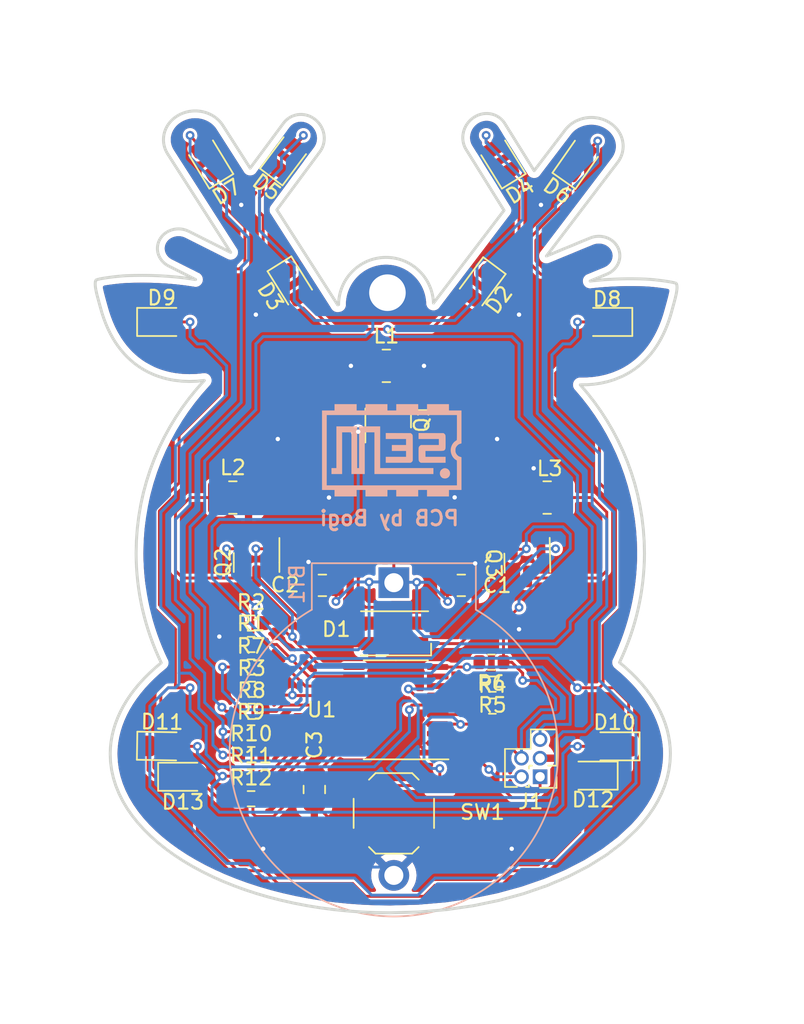
<source format=kicad_pcb>
(kicad_pcb (version 20240108) (generator "pcbnew") (generator_version "8.0")
  (layers (0 "F.Cu" signal) (31 "B.Cu" signal) (34 "B.Paste" user) (35 "F.Paste" user) (36 "B.SilkS" user "B.Silkscreen") (37 "F.SilkS" user "F.Silkscreen") (38 "B.Mask" user) (39 "F.Mask" user) (44 "Edge.Cuts" user))
  (net 0 "")
  (net 1 "GND")
  (net 2 "VCC")
  (net 3 "Net-(D1-RK)")
  (net 4 "Net-(D1-BK)")
  (net 5 "Net-(D1-GK)")
  (net 6 "Net-(D2-A)")
  (net 7 "/MPX1")
  (net 8 "Net-(D4-A)")
  (net 9 "Net-(D6-A)")
  (net 10 "Net-(D8-A)")
  (net 11 "Net-(D10-A)")
  (net 12 "Net-(D12-A)")
  (net 13 "/SWC")
  (net 14 "/nRST")
  (net 15 "/SWD")
  (net 16 "/B")
  (net 17 "/R")
  (net 18 "/G")
  (net 19 "Net-(SW1A-A)")
  (net 20 "Net-(U1-PB6{slash}PF4-BOOT0)")
  (net 21 "/L1")
  (net 22 "/L2")
  (net 23 "/L3")
  (net 24 "/L4")
  (net 25 "/L5")
  (net 26 "/L6")
  (net 27 "/MPX2")
  (footprint "Resistor_SMD:R_0603_1608Metric" (layer "F.Cu") (at 164.175 87.17 180)
    (property "Reference" "R6")
    (property "Value" "100k")
  )
  (footprint "karifa:SOT-23" (layer "F.Cu") (at 157.1125 70.4825 -90)
    (property "Reference" "Q1")
    (property "Value" "AO3401A")
  )
  (footprint "LED_SMD:LED_0805_2012Metric" (layer "F.Cu") (at 143.0625 95)
    (property "Reference" "D13")
    (property "Value" "LED")
  )
  (footprint "LED_SMD:LED_0805_2012Metric" (layer "F.Cu") (at 171.125 94.92 180)
    (property "Reference" "D12")
    (property "Value" "LED")
  )
  (footprint "Button_Switch_SMD:SW_SPST_TL3342" (layer "F.Cu") (at 157.5 97.5)
    (property "Reference" "SW1")
    (property "Value" "SW_DPST_x2")
  )
  (footprint "LED_SMD:LED_0805_2012Metric" (layer "F.Cu") (at 172.125 63.92 180)
    (property "Reference" "D8")
    (property "Value" "LED")
  )
  (footprint "Inductor_SMD:L_1008_2520Metric" (layer "F.Cu") (at 156.9875 66.92)
    (property "Reference" "L1")
    (property "Value" "L")
  )
  (footprint "karifa:LED_RGB_Wuerth-PLCC4_3.2x2.8mm_150141M173100" (layer "F.Cu") (at 157.55 85.2)
    (property "Reference" "D1")
    (property "Value" "LED_ARGB")
  )
  (footprint "karifa:TSSOP-20_4.4x6.5mm_P0.65mm" (layer "F.Cu") (at 157.6375 90.425)
    (property "Reference" "U1")
    (property "Value" "PY32F002AF15P6TU")
  )
  (footprint "LED_SMD:LED_0805_2012Metric" (layer "F.Cu") (at 141.625 63.92)
    (property "Reference" "D9")
    (property "Value" "LED")
  )
  (footprint "LED_SMD:LED_0805_2012Metric" (layer "F.Cu") (at 141.625123 92.904865 -0.925)
    (property "Reference" "D11")
    (property "Value" "LED")
  )
  (footprint "Resistor_SMD:R_0603_1608Metric" (layer "F.Cu") (at 147.750336 93.485802)
    (property "Reference" "R10")
    (property "Value" "1k")
  )
  (footprint "Capacitor_SMD:C_0805_2012Metric" (layer "F.Cu") (at 152.0625 95.87 90)
    (property "Reference" "C3")
    (property "Value" "100nF")
  )
  (footprint "Capacitor_SMD:C_0805_2012Metric" (layer "F.Cu") (at 152.6125 81.92 180)
    (property "Reference" "C2")
    (property "Value" "10uF")
  )
  (footprint "Resistor_SMD:R_0603_1608Metric" (layer "F.Cu") (at 147.7375 85.960677)
    (property "Reference" "R1")
    (property "Value" "100k")
  )
  (footprint "karifa:SOT-23" (layer "F.Cu") (at 148.112501 80.357504 90)
    (property "Reference" "Q2")
    (property "Value" "AO3401A")
  )
  (footprint "LED_SMD:LED_0805_2012Metric" (layer "F.Cu") (at 150.126702 52.67128 53)
    (property "Reference" "D5")
    (property "Value" "LED")
  )
  (footprint "LED_SMD:LED_0805_2012Metric" (layer "F.Cu") (at 164.819179 52.872795 121.75)
    (property "Reference" "D4")
    (property "Value" "LED")
  )
  (footprint "Inductor_SMD:L_1008_2520Metric" (layer "F.Cu") (at 167.9875 75.92 180)
    (property "Reference" "L3")
    (property "Value" "L")
  )
  (footprint "Capacitor_SMD:C_0805_2012Metric" (layer "F.Cu") (at 162.1125 81.92)
    (property "Reference" "C1")
    (property "Value" "10uF")
  )
  (footprint "Resistor_SMD:R_0603_1608Metric" (layer "F.Cu") (at 164.2375 90.17)
    (property "Reference" "R4")
    (property "Value" "100k")
  )
  (footprint "LED_SMD:LED_0805_2012Metric" (layer "F.Cu") (at 172.625 92.92 180)
    (property "Reference" "D10")
    (property "Value" "LED")
  )
  (footprint "karifa:SOT-23" (layer "F.Cu") (at 166.629017 80.373949 91)
    (property "Reference" "Q3")
    (property "Value" "AO3401A")
  )
  (footprint "LED_SMD:LED_0805_2012Metric" (layer "F.Cu") (at 150.565701 61.374955 -58)
    (property "Reference" "D3")
    (property "Value" "LED")
  )
  (footprint "Resistor_SMD:R_0603_1608Metric" (layer "F.Cu") (at 164.2375 88.67 180)
    (property "Reference" "R5")
    (property "Value" "100k")
  )
  (footprint "LED_SMD:LED_0805_2012Metric" (layer "F.Cu") (at 144.825436 52.868933 121.3)
    (property "Reference" "D7")
    (property "Value" "LED")
  )
  (footprint "Resistor_SMD:R_0603_1608Metric" (layer "F.Cu") (at 147.774862 90.530368)
    (property "Reference" "R8")
    (property "Value" "1k")
  )
  (footprint "Resistor_SMD:R_0603_1608Metric" (layer "F.Cu") (at 147.7375 95)
    (property "Reference" "R11")
    (property "Value" "1k")
  )
  (footprint "LED_SMD:LED_0805_2012Metric" (layer "F.Cu") (at 163.373441 61.418831 -126.75)
    (property "Reference" "D2")
    (property "Value" "LED")
  )
  (footprint "Resistor_SMD:R_0603_1608Metric" (layer "F.Cu") (at 147.774862 89.021994)
    (property "Reference" "R3")
    (property "Value" "100k")
  )
  (footprint "Resistor_SMD:R_0603_1608Metric" (layer "F.Cu") (at 147.7375 84.5)
    (property "Reference" "R2")
    (property "Value" "100k")
  )
  (footprint "karifa:ProgConnector_5pin" (layer "F.Cu") (at 167.5 95 180)
    (property "Reference" "J1")
    (property "Value" "Conn_2Rows-05Pins")
  )
  (footprint "Resistor_SMD:R_0603_1608Metric" (layer "F.Cu") (at 147.7375 92)
    (property "Reference" "R9")
    (property "Value" "1k")
  )
  (footprint "Inductor_SMD:L_1008_2520Metric" (layer "F.Cu") (at 146.4875 75.92)
    (property "Reference" "L2")
    (property "Value" "L")
  )
  (footprint "LED_SMD:LED_0805_2012Metric" (layer "F.Cu") (at 170.10022 52.902043 55)
    (property "Reference" "D6")
    (property "Value" "LED")
  )
  (footprint "Resistor_SMD:R_0603_1608Metric" (layer "F.Cu") (at 147.7375 96.5)
    (property "Reference" "R12")
    (property "Value" "1k")
  )
  (footprint "Resistor_SMD:R_0603_1608Metric" (layer "F.Cu") (at 147.7375 87.5)
    (property "Reference" "R7")
    (property "Value" "1k")
  )
  (footprint "karifa:CR2032_Holder" (layer "B.Cu") (at 157.5 81.737666 -90)
    (property "Reference" "BT1")
    (property "Value" "Battery")
  )
  (gr_poly (pts (xy 158.653847 71.516274) (xy 158.701389 71.550381) (xy 158.706471 71.554057) (xy 158.71162 71.558086) (xy 158.716804 71.562432) (xy 158.721995 71.567062) (xy 158.727162 71.571941) (xy 158.732274 71.577032) (xy 158.737302 71.582303) (xy 158.742214 71.587717) (xy 158.746981 71.59324) (xy 158.751572 71.598837) (xy 158.755958 71.604474) (xy 158.760107 71.610115) (xy 158.76399 71.615726) (xy 158.767576 71.621272) (xy 158.770835 71.626718) (xy 158.773736 71.632029) (xy 158.781241 71.650284) (xy 158.786881 71.675938) (xy 158.790923 71.718816) (xy 158.793632 71.788738) (xy 158.796119 72.04901) (xy 158.796474 72.535333) (xy 158.796474 73.387994) (xy 158.769602 73.438637) (xy 158.766052 73.445094) (xy 158.762372 73.451294) (xy 158.758552 73.457245) (xy 158.754584 73.462958) (xy 158.750458 73.46844) (xy 158.746166 73.473701) (xy 158.741699 73.47875) (xy 158.737046 73.483596) (xy 158.7322 73.488248) (xy 158.727151 73.492716) (xy 158.72189 73.497008) (xy 158.716408 73.501134) (xy 158.710696 73.505102) (xy 158.704744 73.508921) (xy 158.698545 73.512602) (xy 158.692088 73.516152) (xy 158.642478 73.543024) (xy 156.946458 73.543024) (xy 156.946458 73.13478) (xy 158.334487 73.13478) (xy 158.334487 72.736871) (xy 157.36297 72.736871) (xy 157.36297 72.328627) (xy 158.334487 72.328627) (xy 158.334487 71.919351) (xy 156.946458 71.919351) (xy 156.946458 71.510073)) (fill solid) (layer "B.SilkS"))
  (gr_poly (pts (xy 154.992055 73.905792) (xy 155.119179 73.905792) (xy 155.119179 71.05532) (xy 156.565086 71.05532) (xy 156.565086 73.905792) (xy 160.20724 73.905792) (xy 160.20724 74.314036) (xy 156.171311 74.314036) (xy 156.171311 71.463564) (xy 155.51192 71.463564) (xy 155.51192 74.314036) (xy 154.599315 74.314036) (xy 154.599315 71.463564) (xy 153.962661 71.463564) (xy 153.962661 74.314036) (xy 153.234023 74.314036) (xy 153.234023 73.905792) (xy 153.56992 73.905792) (xy 153.56992 71.05532) (xy 154.992055 71.05532)) (fill solid) (layer "B.SilkS"))
  (gr_poly (pts (xy 161.002371 73.912601) (xy 161.014591 73.91333) (xy 161.026829 73.914448) (xy 161.038969 73.915942) (xy 161.050898 73.917797) (xy 161.0625 73.92) (xy 161.07366 73.922539) (xy 161.084263 73.925398) (xy 161.094194 73.928564) (xy 161.103337 73.932024) (xy 161.111578 73.935764) (xy 161.114894 73.937483) (xy 161.118238 73.939146) (xy 161.121591 73.940745) (xy 161.124933 73.942273) (xy 161.128245 73.943722) (xy 161.131508 73.945085) (xy 161.1347 73.946354) (xy 161.137804 73.947521) (xy 161.140798 73.94858) (xy 161.143664 73.949522) (xy 161.146381 73.950339) (xy 161.14893 73.951025) (xy 161.151292 73.951572) (xy 161.153446 73.951972) (xy 161.155373 73.952218) (xy 161.157053 73.952301) (xy 161.158358 73.952432) (xy 161.159932 73.952818) (xy 161.161754 73.953446) (xy 161.163803 73.954304) (xy 161.166059 73.95538) (xy 161.168499 73.956661) (xy 161.171102 73.958137) (xy 161.173848 73.959794) (xy 161.176715 73.961621) (xy 161.179682 73.963605) (xy 161.182728 73.965735) (xy 161.185831 73.967998) (xy 161.18897 73.970382) (xy 161.192125 73.972875) (xy 161.195273 73.975465) (xy 161.198394 73.97814) (xy 161.218789 73.996971) (xy 161.237384 74.015185) (xy 161.254243 74.032914) (xy 161.269433 74.050293) (xy 161.283018 74.067453) (xy 161.295064 74.084528) (xy 161.305634 74.101652) (xy 161.314795 74.118958) (xy 161.322612 74.136578) (xy 161.32915 74.154647) (xy 161.334473 74.173297) (xy 161.338647 74.192661) (xy 161.341737 74.212873) (xy 161.343809 74.234067) (xy 161.344926 74.256375) (xy 161.345155 74.27993) (xy 161.344443 74.301494) (xy 161.342524 74.322566) (xy 161.339431 74.343124) (xy 161.335198 74.363141) (xy 161.329859 74.382593) (xy 161.323448 74.401457) (xy 161.315998 74.419706) (xy 161.307545 74.437317) (xy 161.298121 74.454264) (xy 161.28776 74.470524) (xy 161.276497 74.486072) (xy 161.264365 74.500883) (xy 161.251398 74.514932) (xy 161.23763 74.528195) (xy 161.223094 74.540647) (xy 161.207826 74.552265) (xy 161.191858 74.563022) (xy 161.175224 74.572894) (xy 161.157958 74.581858) (xy 161.140095 74.589887) (xy 161.121668 74.596959) (xy 161.102711 74.603047) (xy 161.083257 74.608128) (xy 161.063342 74.612177) (xy 161.042998 74.615169) (xy 161.022259 74.617079) (xy 161.001159 74.617884) (xy 160.979733 74.617558) (xy 160.958014 74.616077) (xy 160.936035 74.613417) (xy 160.913832 74.609552) (xy 160.891437 74.604458) (xy 160.879398 74.601301) (xy 160.868041 74.598006) (xy 160.857296 74.594529) (xy 160.847092 74.590828) (xy 160.837361 74.58686) (xy 160.828032 74.582584) (xy 160.819037 74.577956) (xy 160.810305 74.572935) (xy 160.801766 74.567478) (xy 160.793352 74.561542) (xy 160.784992 74.555085) (xy 160.776618 74.548066) (xy 160.768158 74.54044) (xy 160.759544 74.532167) (xy 160.750706 74.523203) (xy 160.741575 74.513507) (xy 160.725807 74.495469) (xy 160.711451 74.476653) (xy 160.698516 74.457108) (xy 160.687008 74.436881) (xy 160.676935 74.416017) (xy 160.668305 74.394565) (xy 160.661126 74.37257) (xy 160.655404 74.35008) (xy 160.651148 74.327143) (xy 160.648365 74.303804) (xy 160.647063 74.280111) (xy 160.647249 74.25611) (xy 160.648931 74.231849) (xy 160.652116 74.207375) (xy 160.656812 74.182734) (xy 160.663026 74.157973) (xy 160.669985 74.137011) (xy 160.678778 74.116426) (xy 160.689299 74.096308) (xy 160.701445 74.076745) (xy 160.71511 74.057823) (xy 160.730192 74.03963) (xy 160.746584 74.022256) (xy 160.764183 74.005786) (xy 160.782884 73.99031) (xy 160.802583 73.975915) (xy 160.823175 73.962688) (xy 160.844556 73.950719) (xy 160.866622 73.940093) (xy 160.889267 73.9309) (xy 160.912387 73.923227) (xy 160.935878 73.917161) (xy 160.945572 73.915269) (xy 160.955975 73.913849) (xy 160.966972 73.912885) (xy 160.978446 73.912365) (xy 160.990285 73.912275)) (fill solid) (layer "B.SilkS"))
  (gr_poly (pts (xy 160.042909 71.513174) (xy 160.897638 71.516274) (xy 160.94518 71.550381) (xy 160.950262 71.554057) (xy 160.955409 71.558086) (xy 160.960589 71.562432) (xy 160.96577 71.567062) (xy 160.970921 71.571941) (xy 160.97601 71.577032) (xy 160.981006 71.582303) (xy 160.985875 71.587717) (xy 160.990588 71.59324) (xy 160.99511 71.598837) (xy 160.999412 71.604474) (xy 161.003461 71.610115) (xy 161.007226 71.615726) (xy 161.010674 71.621272) (xy 161.013773 71.626718) (xy 161.016493 71.632029) (xy 161.024043 71.649268) (xy 161.0298 71.669366) (xy 161.034007 71.697214) (xy 161.036905 71.737708) (xy 161.038738 71.795739) (xy 161.039748 71.876201) (xy 161.040264 72.123989) (xy 161.040174 72.264799) (xy 161.040012 72.322587) (xy 161.039732 72.372811) (xy 161.039299 72.416107) (xy 161.038684 72.453111) (xy 161.037853 72.484459) (xy 161.036776 72.510787) (xy 161.035421 72.53273) (xy 161.034628 72.542257) (xy 161.033754 72.550925) (xy 161.032795 72.558816) (xy 161.031746 72.566007) (xy 161.030604 72.57258) (xy 161.029364 72.578612) (xy 161.028023 72.584185) (xy 161.026576 72.589377) (xy 161.02502 72.594267) (xy 161.023351 72.598936) (xy 161.019656 72.607926) (xy 161.01546 72.616982) (xy 161.012983 72.622086) (xy 161.010226 72.627295) (xy 161.007224 72.632568) (xy 161.004011 72.637863) (xy 161.000622 72.64314) (xy 160.997093 72.648357) (xy 160.993457 72.653475) (xy 160.989751 72.658452) (xy 160.986008 72.663248) (xy 160.982264 72.667821) (xy 160.978553 72.67213) (xy 160.97491 72.676136) (xy 160.97137 72.679796) (xy 160.967968 72.68307) (xy 160.964738 72.685917) (xy 160.961716 72.688296) (xy 160.936669 72.703736) (xy 160.922947 72.710049) (xy 160.907262 72.715507) (xy 160.888744 72.720171) (xy 160.866519 72.724104) (xy 160.807462 72.730024) (xy 160.723117 72.733765) (xy 160.606505 72.735822) (xy 160.248581 72.736871) (xy 159.663605 72.736871) (xy 159.663605 73.13478) (xy 161.040264 73.13478) (xy 161.040264 73.543024) (xy 159.344244 73.543024) (xy 159.290501 73.507884) (xy 159.283169 73.503241) (xy 159.276275 73.498598) (xy 159.269796 73.493931) (xy 159.26371 73.489216) (xy 159.257992 73.484427) (xy 159.252621 73.479542) (xy 159.247575 73.474536) (xy 159.242829 73.469385) (xy 159.238362 73.464064) (xy 159.234151 73.458549) (xy 159.230173 73.452816) (xy 159.226406 73.446841) (xy 159.222826 73.440599) (xy 159.219411 73.434067) (xy 159.216139 73.42722) (xy 159.212986 73.420034) (xy 159.205733 73.40116) (xy 159.200115 73.3795) (xy 159.195927 73.350525) (xy 159.192962 73.309705) (xy 159.191014 73.252509) (xy 159.189877 73.174409) (xy 159.189215 72.937376) (xy 159.189268 72.798031) (xy 159.189392 72.741163) (xy 159.189635 72.691945) (xy 159.190035 72.649716) (xy 159.190632 72.613813) (xy 159.191465 72.583572) (xy 159.191983 72.570367) (xy 159.192574 72.558329) (xy 159.193244 72.547376) (xy 159.193998 72.537423) (xy 159.19484 72.528389) (xy 159.195776 72.52019) (xy 159.19681 72.512743) (xy 159.197947 72.505966) (xy 159.199193 72.499776) (xy 159.200552 72.494089) (xy 159.202028 72.488824) (xy 159.203628 72.483896) (xy 159.205356 72.479223) (xy 159.207217 72.474723) (xy 159.209215 72.470312) (xy 159.211357 72.465907) (xy 159.216087 72.456786) (xy 159.219332 72.450427) (xy 159.222861 72.444145) (xy 159.226669 72.437941) (xy 159.23075 72.431819) (xy 159.235097 72.425782) (xy 159.239704 72.419833) (xy 159.244566 72.413974) (xy 159.249676 72.40821) (xy 159.255029 72.402542) (xy 159.260617 72.396974) (xy 159.266436 72.391509) (xy 159.272478 72.38615) (xy 159.278739 72.3809) (xy 159.285212 72.375763) (xy 159.29189 72.37074) (xy 159.298769 72.365835) (xy 159.353546 72.328627) (xy 160.577244 72.328627) (xy 160.577244 71.919351) (xy 159.189215 71.919351) (xy 159.189215 71.510073)) (fill solid) (layer "B.SilkS"))
  (gr_poly (pts (xy 154.956915 69.968049) (xy 155.558429 69.968049) (xy 155.558429 69.536033) (xy 157.062213 69.536033) (xy 157.062213 69.968049) (xy 157.663727 69.968049) (xy 157.663727 69.536033) (xy 159.166477 69.536033) (xy 159.166477 69.968049) (xy 159.767991 69.968049) (xy 159.767991 69.536033) (xy 161.270742 69.536033) (xy 161.270742 69.968049) (xy 162.126503 69.968049) (xy 162.126503 72.220107) (xy 162.055189 72.240778) (xy 162.03646 72.246269) (xy 162.019303 72.251567) (xy 162.003544 72.256772) (xy 161.989011 72.261981) (xy 161.975533 72.267293) (xy 161.962935 72.272807) (xy 161.951046 72.27862) (xy 161.939693 72.284832) (xy 161.928703 72.29154) (xy 161.917904 72.298843) (xy 161.907123 72.30684) (xy 161.896188 72.315628) (xy 161.884926 72.325306) (xy 161.873164 72.335973) (xy 161.86073 72.347728) (xy 161.847451 72.360667) (xy 161.839592 72.368319) (xy 161.831913 72.376152) (xy 161.824426 72.384151) (xy 161.817139 72.392303) (xy 161.810065 72.400594) (xy 161.803213 72.409011) (xy 161.796594 72.41754) (xy 161.790219 72.426167) (xy 161.784098 72.434879) (xy 161.778242 72.443662) (xy 161.772662 72.452503) (xy 161.767368 72.461388) (xy 161.762371 72.470303) (xy 161.757681 72.479234) (xy 161.753309 72.488169) (xy 161.749265 72.497093) (xy 161.739536 72.519302) (xy 161.735467 72.529336) (xy 161.731889 72.538919) (xy 161.728771 72.548247) (xy 161.726084 72.557518) (xy 161.723796 72.566928) (xy 161.721877 72.576675) (xy 161.720297 72.586954) (xy 161.719027 72.597963) (xy 161.718035 72.609898) (xy 161.717291 72.622957) (xy 161.716427 72.653232) (xy 161.716193 72.690363) (xy 161.716352 72.729205) (xy 161.716622 72.745569) (xy 161.717081 72.760223) (xy 161.717776 72.773411) (xy 161.718754 72.785379) (xy 161.720062 72.796372) (xy 161.721748 72.806635) (xy 161.723857 72.816413) (xy 161.726437 72.825953) (xy 161.729535 72.835498) (xy 161.733197 72.845295) (xy 161.737471 72.855588) (xy 161.742404 72.866624) (xy 161.754433 72.891901) (xy 161.758447 72.899933) (xy 161.762713 72.908098) (xy 161.767191 72.916336) (xy 161.771841 72.924586) (xy 161.781502 72.94088) (xy 161.791381 72.956496) (xy 161.796304 72.963899) (xy 161.801164 72.97095) (xy 161.80592 72.977589) (xy 161.810534 72.983756) (xy 161.814966 72.98939) (xy 161.819178 72.99443) (xy 161.823129 72.998817) (xy 161.82678 73.002489) (xy 161.858849 73.033448) (xy 161.872864 73.046497) (xy 161.885869 73.058121) (xy 161.898116 73.068468) (xy 161.90986 73.077684) (xy 161.921352 73.085915) (xy 161.932846 73.09331) (xy 161.944594 73.100014) (xy 161.956849 73.106174) (xy 161.969864 73.111938) (xy 161.983892 73.117452) (xy 161.999186 73.122863) (xy 162.015998 73.128318) (xy 162.055189 73.139948) (xy 162.126503 73.161652) (xy 162.126503 75.401308) (xy 161.270742 75.401308) (xy 161.270742 75.844692) (xy 159.767991 75.844692) (xy 159.767991 75.401308) (xy 159.166477 75.401308) (xy 159.166477 75.844692) (xy 157.663727 75.844692) (xy 157.663727 75.401308) (xy 157.062213 75.401308) (xy 157.062213 75.844692) (xy 155.558429 75.844692) (xy 155.558429 75.401308) (xy 154.956915 75.401308) (xy 154.956915 75.844692) (xy 153.442796 75.844692) (xy 153.442796 75.401308) (xy 152.587034 75.401308) (xy 152.587034 75.086082) (xy 152.910529 75.086082) (xy 161.814377 75.086082) (xy 161.814377 74.232387) (xy 161.813764 73.867632) (xy 161.811793 73.600255) (xy 161.810239 73.504809) (xy 161.808273 73.435779) (xy 161.805871 73.393854) (xy 161.804499 73.383273) (xy 161.803769 73.380614) (xy 161.803008 73.379726) (xy 161.801708 73.379512) (xy 161.799771 73.378884) (xy 161.794159 73.37648) (xy 161.786513 73.372695) (xy 161.77717 73.367711) (xy 161.766472 73.36171) (xy 161.754756 73.354873) (xy 161.742361 73.347382) (xy 161.729628 73.339419) (xy 161.697879 73.317522) (xy 161.667388 73.293741) (xy 161.638202 73.268157) (xy 161.610369 73.240846) (xy 161.583934 73.211888) (xy 161.558945 73.181361) (xy 161.535448 73.149345) (xy 161.513492 73.115918) (xy 161.493122 73.081159) (xy 161.474385 73.045146) (xy 161.457329 73.007958) (xy 161.442001 72.969674) (xy 161.428446 72.930372) (xy 161.416714 72.890132) (xy 161.406849 72.849033) (xy 161.398899 72.807151) (xy 161.393321 72.766918) (xy 161.390122 72.726157) (xy 161.389261 72.68502) (xy 161.390696 72.64366) (xy 161.394383 72.602227) (xy 161.40028 72.560873) (xy 161.408345 72.519749) (xy 161.418536 72.479006) (xy 161.43081 72.438796) (xy 161.445125 72.399271) (xy 161.461439 72.360581) (xy 161.479708 72.322879) (xy 161.499891 72.286315) (xy 161.521946 72.25104) (xy 161.545829 72.217207) (xy 161.571498 72.184967) (xy 161.578711 72.176494) (xy 161.586329 72.167811) (xy 161.594246 72.159022) (xy 161.602359 72.150231) (xy 161.618752 72.133063) (xy 161.626823 72.124894) (xy 161.634673 72.117142) (xy 161.642195 72.109911) (xy 161.649285 72.103304) (xy 161.65584 72.097428) (xy 161.661754 72.092386) (xy 161.666924 72.088282) (xy 161.671244 72.085222) (xy 161.673053 72.084115) (xy 161.67461 72.083309) (xy 161.675903 72.082815) (xy 161.676918 72.082648) (xy 161.677943 72.082434) (xy 161.679448 72.081806) (xy 161.681403 72.080788) (xy 161.683782 72.079402) (xy 161.68969 72.075617) (xy 161.696943 72.070633) (xy 161.70531 72.064632) (xy 161.714561 72.057795) (xy 161.724467 72.050304) (xy 161.734796 72.04234) (xy 161.740047 72.038129) (xy 161.745311 72.034036) (xy 161.750554 72.030082) (xy 161.755741 72.026288) (xy 161.760837 72.022676) (xy 161.765808 72.019268) (xy 161.770618 72.016083) (xy 161.775233 72.013143) (xy 161.779617 72.01047) (xy 161.783737 72.008084) (xy 161.787557 72.006008) (xy 161.791043 72.004261) (xy 161.794158 72.002866) (xy 161.79687 72.001843) (xy 161.799143 72.001214) (xy 161.800104 72.001053) (xy 161.800942 72.000999) (xy 161.802796 71.998814) (xy 161.804486 71.991946) (xy 161.807401 71.96229) (xy 161.811535 71.826204) (xy 161.813731 71.562799) (xy 161.814377 71.142137) (xy 161.814377 70.283275) (xy 152.910529 70.283275) (xy 152.910529 75.086082) (xy 152.587034 75.086082) (xy 152.587034 69.968049) (xy 153.442796 69.968049) (xy 153.442796 69.536033) (xy 154.956915 69.536033)) (fill solid) (layer "B.SilkS"))
  (gr_poly (pts (xy 144 49.5) (xy 144.143406 49.509401) (xy 144.28552 49.527326) (xy 144.425864 49.553659) (xy 144.563961 49.588287) (xy 144.699334 49.631093) (xy 144.831507 49.681964) (xy 144.960001 49.740782) (xy 145.084341 49.807435) (xy 145.204048 49.881805) (xy 145.318645 49.96378) (xy 145.373879 50.007582) (xy 145.427657 50.053242) (xy 145.479918 50.100746) (xy 145.530604 50.150078) (xy 145.579655 50.201225) (xy 145.627011 50.254172) (xy 145.672613 50.308905) (xy 145.716401 50.365409) (xy 145.758314 50.423671) (xy 145.798295 50.483675) (xy 147.673631 53.410627) (xy 149.948945 50.342081) (xy 149.998001 50.279353) (xy 150.049591 50.219983) (xy 150.103579 50.163988) (xy 150.159833 50.111384) (xy 150.218218 50.062186) (xy 150.278601 50.016412) (xy 150.340848 49.974077) (xy 150.404825 49.935197) (xy 150.470399 49.899788) (xy 150.537435 49.867867) (xy 150.605801 49.83945) (xy 150.675362 49.814553) (xy 150.745984 49.793191) (xy 150.817534 49.775381) (xy 150.889879 49.76114) (xy 150.962883 49.750483) (xy 151.036414 49.743426) (xy 151.110337 49.739986) (xy 151.18452 49.740179) (xy 151.258828 49.744021) (xy 151.333127 49.751527) (xy 151.407284 49.762715) (xy 151.481165 49.777599) (xy 151.554637 49.796197) (xy 151.627564 49.818525) (xy 151.699815 49.844598) (xy 151.771254 49.874433) (xy 151.841748 49.908046) (xy 151.911165 49.945453) (xy 151.979368 49.98667) (xy 152.046226 50.031713) (xy 152.111604 50.080598) (xy 152.174609 50.132697) (xy 152.234404 50.187278) (xy 152.29097 50.244204) (xy 152.344287 50.303337) (xy 152.394333 50.364541) (xy 152.441089 50.427678) (xy 152.484535 50.492612) (xy 152.524651 50.559204) (xy 152.561417 50.627319) (xy 152.594812 50.696818) (xy 152.624817 50.767565) (xy 152.651412 50.839422) (xy 152.674575 50.912253) (xy 152.694288 50.98592) (xy 152.710531 51.060285) (xy 152.723282 51.135213) (xy 152.732522 51.210565) (xy 152.738231 51.286205) (xy 152.740389 51.361995) (xy 152.738975 51.437799) (xy 152.73397 51.513478) (xy 152.725354 51.588897) (xy 152.713106 51.663917) (xy 152.697206 51.738402) (xy 152.677634 51.812214) (xy 152.654371 51.885217) (xy 152.627396 51.957273) (xy 152.596688 52.028245) (xy 152.562228 52.097995) (xy 152.523996 52.166388) (xy 152.481972 52.233285) (xy 152.436135 52.298549) (xy 149.498849 56.25955) (xy 153.657761 62.750627) (xy 153.721848 62.73874) (xy 153.726851 62.572279) (xy 153.740099 62.408026) (xy 153.761391 62.246185) (xy 153.790523 62.086956) (xy 153.827293 61.930541) (xy 153.871499 61.777141) (xy 153.922938 61.626959) (xy 153.981408 61.480195) (xy 154.046707 61.337051) (xy 154.118632 61.197729) (xy 154.19698 61.06243) (xy 154.28155 60.931355) (xy 154.372138 60.804707) (xy 154.468542 60.682687) (xy 154.570561 60.565496) (xy 154.677991 60.453335) (xy 154.79063 60.346407) (xy 154.908275 60.244913) (xy 155.030725 60.149055) (xy 155.157777 60.059033) (xy 155.289227 59.97505) (xy 155.424875 59.897306) (xy 155.564517 59.826005) (xy 155.707951 59.761346) (xy 155.854975 59.703532) (xy 156.005386 59.652764) (xy 156.158981 59.609243) (xy 156.315559 59.573172) (xy 156.474917 59.544752) (xy 156.636852 59.524183) (xy 156.801162 59.511669) (xy 156.967645 59.50741) (xy 157.130325 59.511446) (xy 157.290981 59.523381) (xy 157.44942 59.543029) (xy 157.60545 59.570202) (xy 157.758876 59.604716) (xy 157.909506 59.646385) (xy 158.057147 59.695021) (xy 158.201605 59.750441) (xy 158.342688 59.812456) (xy 158.480203 59.880883) (xy 158.613956 59.955534) (xy 158.743754 60.036223) (xy 158.869405 60.122766) (xy 158.990714 60.214975) (xy 159.10749 60.312665) (xy 159.219539 60.415649) (xy 159.326667 60.523743) (xy 159.428683 60.63676) (xy 159.525392 60.754513) (xy 159.616601 60.876818) (xy 159.702119 61.003488) (xy 159.78175 61.134337) (xy 159.855303 61.269179) (xy 159.922585 61.407828) (xy 159.983402 61.550099) (xy 160.03756 61.695805) (xy 160.084868 61.84476) (xy 160.125132 61.996779) (xy 160.158158 62.151675) (xy 160.183755 62.309263) (xy 160.201728 62.469356) (xy 160.211884 62.631769) (xy 160.212922 62.631769) (xy 165.034333 56.296756) (xy 162.445344 52.139387) (xy 162.405236 52.071076) (xy 162.36907 52.001405) (xy 162.336814 51.930511) (xy 162.308437 51.858529) (xy 162.283906 51.785593) (xy 162.26319 51.71184) (xy 162.246256 51.637405) (xy 162.233074 51.562423) (xy 162.22361 51.48703) (xy 162.217833 51.411361) (xy 162.215712 51.335552) (xy 162.217213 51.259737) (xy 162.222306 51.184052) (xy 162.230959 51.108634) (xy 162.243139 51.033616) (xy 162.258815 50.959135) (xy 162.277954 50.885326) (xy 162.300526 50.812324) (xy 162.326497 50.740264) (xy 162.355836 50.669283) (xy 162.388512 50.599516) (xy 162.424492 50.531097) (xy 162.463744 50.464163) (xy 162.506236 50.398848) (xy 162.551938 50.335288) (xy 162.600816 50.273619) (xy 162.652839 50.213976) (xy 162.707974 50.156495) (xy 162.766191 50.10131) (xy 162.827457 50.048557) (xy 162.89174 49.998371) (xy 162.959008 49.950889) (xy 163.010917 49.917434) (xy 163.0635 49.886191) (xy 163.116701 49.857152) (xy 163.170462 49.830305) (xy 163.224726 49.805641) (xy 163.279436 49.783149) (xy 163.334536 49.762819) (xy 163.389968 49.744641) (xy 163.445675 49.728605) (xy 163.5016 49.714699) (xy 163.557686 49.702915) (xy 163.613877 49.693242) (xy 163.670115 49.68567) (xy 163.726342 49.680188) (xy 163.782503 49.676786) (xy 163.83854 49.675455) (xy 163.931498 49.677818) (xy 164.023707 49.685849) (xy 164.114911 49.699497) (xy 164.204854 49.71871) (xy 164.29328 49.743437) (xy 164.379934 49.773629) (xy 164.46456 49.809232) (xy 164.546902 49.850197) (xy 164.626704 49.896473) (xy 164.703711 49.948009) (xy 164.777666 50.004753) (xy 164.81342 50.035062) (xy 164.848315 50.066654) (xy 164.88232 50.099523) (xy 164.915402 50.133663) (xy 164.947529 50.169066) (xy 164.97867 50.205727) (xy 165.008792 50.243639) (xy 165.037864 50.282796) (xy 165.065854 50.323191) (xy 165.092729 50.364818) (xy 167.09829 53.585294) (xy 169.219087 50.799934) (xy 169.285132 50.717654) (xy 169.354885 50.639347) (xy 169.428157 50.565044) (xy 169.504763 50.494776) (xy 169.584514 50.428575) (xy 169.667223 50.366472) (xy 169.752704 50.308498) (xy 169.84077 50.254685) (xy 169.931233 50.205064) (xy 170.023905 50.159667) (xy 170.215133 50.081668) (xy 170.412957 50.020941) (xy 170.615879 49.977734) (xy 170.822403 49.952301) (xy 171.031032 49.944891) (xy 171.24027 49.955756) (xy 171.448619 49.985147) (xy 171.551993 50.006868) (xy 171.654583 50.033314) (xy 171.756203 50.064518) (xy 171.856665 50.100509) (xy 171.955782 50.141321) (xy 172.053368 50.186983) (xy 172.149235 50.237529) (xy 172.243195 50.292987) (xy 172.333954 50.352652) (xy 172.420317 50.415679) (xy 172.502251 50.481899) (xy 172.579721 50.551144) (xy 172.652694 50.623243) (xy 172.721134 50.698028) (xy 172.785008 50.775329) (xy 172.844282 50.854977) (xy 172.898921 50.936802) (xy 172.948891 51.020635) (xy 172.994157 51.106307) (xy 173.034686 51.193648) (xy 173.070444 51.28249) (xy 173.101395 51.372662) (xy 173.127507 51.463996) (xy 173.148744 51.556322) (xy 173.165072 51.649471) (xy 173.176457 51.743273) (xy 173.182866 51.837559) (xy 173.184263 51.93216) (xy 173.180614 52.026907) (xy 173.171886 52.121629) (xy 173.158044 52.216159) (xy 173.139053 52.310326) (xy 173.11488 52.403961) (xy 173.085491 52.496894) (xy 173.05085 52.588957) (xy 173.010924 52.679981) (xy 172.965679 52.769795) (xy 172.91508 52.85823) (xy 172.859093 52.945118) (xy 172.797685 53.030288) (xy 167.936478 59.418012) (xy 170.918214 58.185529) (xy 170.988204 58.158515) (xy 171.058738 58.13503) (xy 171.129697 58.115033) (xy 171.200964 58.09848) (xy 171.272418 58.085331) (xy 171.343941 58.075544) (xy 171.415414 58.069076) (xy 171.486719 58.065885) (xy 171.557736 58.06593) (xy 171.628347 58.069169) (xy 171.698433 58.075559) (xy 171.767875 58.085059) (xy 171.836555 58.097627) (xy 171.904352 58.113221) (xy 171.97115 58.131799) (xy 172.036828 58.153318) (xy 172.101268 58.177738) (xy 172.164351 58.205016) (xy 172.225959 58.23511) (xy 172.285972 58.267979) (xy 172.344272 58.303579) (xy 172.40074 58.34187) (xy 172.455257 58.38281) (xy 172.507704 58.426356) (xy 172.557962 58.472466) (xy 172.605913 58.521099) (xy 172.651438 58.572213) (xy 172.694418 58.625765) (xy 172.734733 58.681714) (xy 172.772267 58.740018) (xy 172.806898 58.800635) (xy 172.838509 58.863523) (xy 172.866643 58.927849) (xy 172.890952 58.992734) (xy 172.911483 59.058068) (xy 172.928283 59.12374) (xy 172.9414 59.189638) (xy 172.95088 59.255653) (xy 172.956772 59.321675) (xy 172.959122 59.387591) (xy 172.957977 59.453292) (xy 172.953385 59.518667) (xy 172.945392 59.583605) (xy 172.934047 59.647996) (xy 172.919396 59.711729) (xy 172.901487 59.774694) (xy 172.880366 59.836779) (xy 172.856082 59.897874) (xy 172.828681 59.957869) (xy 172.79821 60.016653) (xy 172.764717 60.074115) (xy 172.728248 60.130144) (xy 172.688852 60.184631) (xy 172.646575 60.237464) (xy 172.601465 60.288532) (xy 172.553569 60.337725) (xy 172.502933 60.384933) (xy 172.449606 60.430044) (xy 172.393634 60.472949) (xy 172.335065 60.513536) (xy 172.273946 60.551695) (xy 172.210324 60.587314) (xy 172.144247 60.620285) (xy 172.075761 60.650495) (xy 170.925446 61.125921) (xy 171.44484 61.071183) (xy 171.954364 61.029536) (xy 172.452045 60.999819) (xy 172.935907 60.980868) (xy 173.403977 60.971522) (xy 173.85428 60.970619) (xy 174.284842 60.976996) (xy 174.693688 60.989492) (xy 174.982644 61.006567) (xy 175.309685 61.035673) (xy 175.65223 61.073707) (xy 175.987701 61.117568) (xy 176.293519 61.164151) (xy 176.547104 61.210356) (xy 176.647254 61.232346) (xy 176.725878 61.253078) (xy 176.780154 61.272164) (xy 176.797279 61.280969) (xy 176.807259 61.289217) (xy 176.824244 61.314579) (xy 176.838383 61.343808) (xy 176.849792 61.37673) (xy 176.858587 61.413175) (xy 176.868796 61.495947) (xy 176.869931 61.590753) (xy 176.862915 61.696224) (xy 176.848672 61.810987) (xy 176.828123 61.933673) (xy 176.802191 62.06291) (xy 176.737869 62.335555) (xy 176.663086 62.617958) (xy 176.511666 63.168172) (xy 176.409457 63.526054) (xy 176.297617 63.868371) (xy 176.176505 64.195389) (xy 176.046482 64.507373) (xy 175.90791 64.804589) (xy 175.761148 65.087301) (xy 175.606559 65.355775) (xy 175.444501 65.610275) (xy 175.275336 65.851067) (xy 175.099426 66.078415) (xy 174.917129 66.292585) (xy 174.728807 66.493842) (xy 174.534822 66.682451) (xy 174.335533 66.858676) (xy 174.1313 67.022784) (xy 173.922486 67.175038) (xy 173.709451 67.315705) (xy 173.492554 67.445049) (xy 173.272158 67.563335) (xy 173.048622 67.670829) (xy 172.593575 67.854498) (xy 172.130299 67.998178) (xy 171.66168 68.103988) (xy 171.190603 68.17405) (xy 170.719954 68.210484) (xy 170.252618 68.21541) (xy 170.75147 68.80098) (xy 171.224429 69.408387) (xy 171.670627 70.036785) (xy 172.089195 70.685328) (xy 172.479266 71.353172) (xy 172.839972 72.039471) (xy 173.170445 72.743379) (xy 173.469816 73.464051) (xy 173.737218 74.200643) (xy 173.971783 74.952308) (xy 174.172642 75.718201) (xy 174.338928 76.497476) (xy 174.469772 77.28929) (xy 174.564307 78.092795) (xy 174.621665 78.907147) (xy 174.640977 79.7315) (xy 174.633074 80.215104) (xy 174.611707 80.697641) (xy 174.576938 81.17884) (xy 174.528829 81.658428) (xy 174.467445 82.136135) (xy 174.392849 82.611687) (xy 174.305104 83.084813) (xy 174.204272 83.555242) (xy 174.090418 84.022701) (xy 173.963604 84.486918) (xy 173.823893 84.947622) (xy 173.67135 85.404541) (xy 173.506036 85.857403) (xy 173.328015 86.305936) (xy 173.137351 86.749869) (xy 172.934106 87.188928) (xy 173.346074 87.535704) (xy 173.733248 87.890274) (xy 174.095384 88.252203) (xy 174.432239 88.621056) (xy 174.74357 88.9964) (xy 175.029133 89.377801) (xy 175.288685 89.764824) (xy 175.521983 90.157034) (xy 175.728783 90.553999) (xy 175.908841 90.955283) (xy 176.061915 91.360452) (xy 176.187761 91.769071) (xy 176.286135 92.180708) (xy 176.356794 92.594927) (xy 176.399495 93.011295) (xy 176.413995 93.429376) (xy 176.38906 93.988592) (xy 176.315071 94.540466) (xy 176.193233 95.084317) (xy 176.024749 95.619462) (xy 175.810823 96.145217) (xy 175.552658 96.6609) (xy 175.251458 97.165829) (xy 174.908427 97.659319) (xy 174.524769 98.140689) (xy 174.101687 98.609256) (xy 173.142067 99.505248) (xy 172.039197 100.341832) (xy 170.802706 101.113546) (xy 169.442224 101.814927) (xy 167.967381 102.440513) (xy 166.387806 102.98484) (xy 164.713129 103.442447) (xy 162.95298 103.80787) (xy 161.116989 104.075646) (xy 159.214785 104.240315) (xy 157.255998 104.296411) (xy 156.270139 104.28227) (xy 155.297221 104.240304) (xy 154.338448 104.171195) (xy 153.395025 104.075627) (xy 152.468153 103.954282) (xy 151.559039 103.807844) (xy 150.668884 103.636994) (xy 149.798893 103.442415) (xy 148.95027 103.224792) (xy 148.124218 102.984805) (xy 147.321941 102.723139) (xy 146.544643 102.440476) (xy 145.793527 102.137498) (xy 145.069798 101.814889) (xy 144.374658 101.473332) (xy 143.709313 101.113509) (xy 143.074965 100.736103) (xy 142.472818 100.341796) (xy 141.904076 99.931273) (xy 141.369943 99.505215) (xy 140.871623 99.064305) (xy 140.410319 98.609227) (xy 139.987234 98.140662) (xy 139.603574 97.659295) (xy 139.260541 97.165806) (xy 138.959339 96.660881) (xy 138.701172 96.1452) (xy 138.487244 95.619448) (xy 138.318758 95.084307) (xy 138.196918 94.540459) (xy 138.122929 93.988588) (xy 138.097993 93.429376) (xy 138.114528 93.012575) (xy 138.159078 92.597514) (xy 138.231401 92.184625) (xy 138.331258 91.774337) (xy 138.458405 91.367082) (xy 138.612603 90.963291) (xy 138.793609 90.563393) (xy 139.001183 90.167821) (xy 139.235083 89.777004) (xy 139.495068 89.391374) (xy 139.780896 89.011361) (xy 140.092327 88.637396) (xy 140.429119 88.269909) (xy 140.791031 87.909332) (xy 141.177822 87.556096) (xy 141.58925 87.21063) (xy 141.384671 86.770478) (xy 141.192748 86.325409) (xy 141.013546 85.875697) (xy 140.847128 85.421616) (xy 140.693558 84.963439) (xy 140.5529 84.501441) (xy 140.425217 84.035895) (xy 140.310573 83.567075) (xy 140.209033 83.095255) (xy 140.120659 82.620708) (xy 140.045516 82.143709) (xy 139.983667 81.66453) (xy 139.935177 81.183446) (xy 139.900108 80.700731) (xy 139.878525 80.216657) (xy 139.870492 79.7315) (xy 139.891127 78.880135) (xy 139.952388 78.039525) (xy 140.05331 77.210594) (xy 140.192928 76.394267) (xy 140.370277 75.591467) (xy 140.584391 74.803118) (xy 140.834306 74.030145) (xy 141.119057 73.273472) (xy 141.437678 72.534022) (xy 141.789204 71.81272) (xy 142.172671 71.110489) (xy 142.587112 70.428254) (xy 143.031563 69.766939) (xy 143.505059 69.127468) (xy 144.006635 68.510764) (xy 144.535325 67.917753) (xy 144.028746 67.96928) (xy 143.511818 67.986136) (xy 142.988544 67.965381) (xy 142.462933 67.904078) (xy 142.200502 67.857303) (xy 141.938989 67.799289) (xy 141.678894 67.729668) (xy 141.420719 67.648074) (xy 141.164963 67.554139) (xy 140.912128 67.447496) (xy 140.662714 67.327778) (xy 140.417222 67.194617) (xy 140.176154 67.047646) (xy 139.940008 66.886498) (xy 139.709287 66.710805) (xy 139.484492 66.520201) (xy 139.266122 66.314318) (xy 139.054678 66.092788) (xy 138.850662 65.855245) (xy 138.654574 65.601321) (xy 138.466914 65.330649) (xy 138.288184 65.042861) (xy 138.118885 64.737591) (xy 137.959516 64.41447) (xy 137.810579 64.073133) (xy 137.672575 63.713211) (xy 137.546004 63.334337) (xy 137.431367 62.936143) (xy 137.280042 62.38593) (xy 137.205355 62.103527) (xy 137.171478 61.9653) (xy 137.141139 61.830882) (xy 137.115259 61.701645) (xy 137.094759 61.57896) (xy 137.08056 61.464197) (xy 137.073582 61.358726) (xy 137.074745 61.263919) (xy 137.078668 61.220943) (xy 137.084971 61.181147) (xy 137.09377 61.144702) (xy 137.10518 61.111779) (xy 137.119316 61.082551) (xy 137.136292 61.057188) (xy 137.163358 61.040132) (xy 137.21758 61.02103) (xy 137.396212 60.978251) (xy 137.649629 60.931963) (xy 137.955269 60.885284) (xy 138.29057 60.841328) (xy 138.63297 60.803209) (xy 138.95991 60.774044) (xy 139.248826 60.756948) (xy 139.749511 60.742364) (xy 140.281663 60.737014) (xy 140.841756 60.743087) (xy 141.426265 60.762777) (xy 142.031664 60.798274) (xy 142.654427 60.851772) (xy 143.291029 60.92546) (xy 143.937943 61.021532) (xy 142.107049 60.102209) (xy 142.041355 60.067242) (xy 141.9783 60.029694) (xy 141.917923 59.989679) (xy 141.860259 59.947309) (xy 141.805348 59.902699) (xy 141.753225 59.855963) (xy 141.70393 59.807213) (xy 141.657499 59.756564) (xy 141.613969 59.704129) (xy 141.573379 59.650023) (xy 141.535765 59.594357) (xy 141.501166 59.537247) (xy 141.469618 59.478806) (xy 141.441159 59.419148) (xy 141.415827 59.358385) (xy 141.393659 59.296632) (xy 141.374692 59.234003) (xy 141.358964 59.170611) (xy 141.346512 59.10657) (xy 141.337375 59.041993) (xy 141.331589 58.976994) (xy 141.329191 58.911686) (xy 141.33022 58.846185) (xy 141.334713 58.780602) (xy 141.342707 58.715051) (xy 141.35424 58.649647) (xy 141.369349 58.584503) (xy 141.388072 58.519733) (xy 141.410445 58.45545) (xy 141.436508 58.391768) (xy 141.466296 58.3288) (xy 141.499848 58.26666) (xy 141.536742 58.206199) (xy 141.576453 58.148213) (xy 141.61886 58.092736) (xy 141.66384 58.039801) (xy 141.71127 57.989441) (xy 141.76103 57.941691) (xy 141.812997 57.896584) (xy 141.867049 57.854153) (xy 141.923063 57.814432) (xy 141.980918 57.777456) (xy 142.040492 57.743256) (xy 142.101662 57.711868) (xy 142.228304 57.657657) (xy 142.359867 57.615094) (xy 142.495375 57.584447) (xy 142.633851 57.565983) (xy 142.774318 57.559973) (xy 142.844993 57.561722) (xy 142.9158 57.566685) (xy 142.986616 57.574895) (xy 143.05732 57.586387) (xy 143.127788 57.601194) (xy 143.197901 57.619349) (xy 143.267534 57.640886) (xy 143.336567 57.665839) (xy 143.404876 57.694241) (xy 143.47234 57.726125) (xy 146.339349 59.16583) (xy 142.039353 52.454095) (xy 141.985419 52.364835) (xy 141.93704 52.274244) (xy 141.894168 52.182488) (xy 141.856754 52.089734) (xy 141.824748 51.996149) (xy 141.798103 51.901899) (xy 141.776769 51.807151) (xy 141.760698 51.712071) (xy 141.749841 51.616827) (xy 141.744148 51.521583) (xy 141.743572 51.426509) (xy 141.748063 51.331769) (xy 141.757573 51.23753) (xy 141.772052 51.143959) (xy 141.791453 51.051223) (xy 141.815726 50.959488) (xy 141.844822 50.868921) (xy 141.878693 50.779688) (xy 141.91729 50.691956) (xy 141.960564 50.605891) (xy 142.008466 50.521661) (xy 142.060948 50.439431) (xy 142.11796 50.359368) (xy 142.179454 50.28164) (xy 142.245382 50.206412) (xy 142.315693 50.13385) (xy 142.39034 50.064123) (xy 142.469274 49.997395) (xy 142.552446 49.933835) (xy 142.639807 49.873608) (xy 142.731308 49.816881) (xy 142.826901 49.76382) (xy 142.888227 49.732835) (xy 142.950163 49.703838) (xy 143.012662 49.676816) (xy 143.075679 49.651755) (xy 143.139169 49.628642) (xy 143.203087 49.607465) (xy 143.267387 49.588209) (xy 143.332023 49.570863) (xy 143.396951 49.555412) (xy 143.462124 49.541844) (xy 143.527497 49.530146) (xy 143.593025 49.520304) (xy 143.658663 49.512306) (xy 143.724365 49.506137) (xy 143.790085 49.501786) (xy 143.855779 49.499239)) (stroke (width 0.202145)) (fill none) (layer "Edge.Cuts"))
  (gr_text "PCB by Bogi" (at 162.0625 77.92 0) (layer "B.SilkS") (effects (font (size 1 1) (thickness 0.2) (bold yes)) (justify left bottom mirror)))
  (segment (start 162.1 99.4) (end 160.65 99.4) (width 0.2) (layer "F.Cu") (net 1))
  (segment (start 156 85.9) (end 157.5425 85.9) (width 0.2) (layer "F.Cu") (net 1))
  (segment (start 168.3725 93.73) (end 169.0625 94.42) (width 0.2) (layer "F.Cu") (net 1))
  (segment (start 169.0625 91.92) (end 169.0625 94.42) (width 0.2) (layer "F.Cu") (net 1))
  (segment (start 157.5625 85.92) (end 157.5625 91.149999) (width 0.2) (layer "F.Cu") (net 1))
  (segment (start 143.5625 73.42) (end 143.5625 72.42) (width 0.2) (layer "F.Cu") (net 1))
  (segment (start 169.0625 94.42) (end 169.0625 95.92) (width 0.2) (layer "F.Cu") (net 1))
  (segment (start 163 95.8575) (end 163 95.67) (width 0.2) (layer "F.Cu") (net 1))
  (segment (start 170.5625 73.42) (end 170.5625 72.42) (width 0.2) (layer "F.Cu") (net 1))
  (segment (start 152.0625 96.82) (end 154.35 99.1075) (width 0.2) (layer "F.Cu") (net 1))
  (segment (start 167.1425 89.92) (end 167.1425 89.67) (width 0.2) (layer "F.Cu") (net 1))
  (segment (start 149.0625 66.92) (end 154.5625 66.92) (width 0.2) (layer "F.Cu") (net 1))
  (segment (start 167.0625 89.92) (end 167.1425 90) (width 0.2) (layer "F.Cu") (net 1))
  (segment (start 159.837665 99.4) (end 157.499999 101.737666) (width 0.2) (layer "F.Cu") (net 1))
  (segment (start 157.5625 91.149999) (end 159.762501 93.35) (width 0.2) (layer "F.Cu") (net 1))
  (segment (start 147.5625 75.92) (end 147.5625 74.42) (width 0.2) (layer "F.Cu") (net 1))
  (segment (start 170.5625 72.42) (end 165.0625 66.92) (width 0.2) (layer "F.Cu") (net 1))
  (segment (start 159.5625 66.92) (end 158.0625 66.92) (width 0.2) (layer "F.Cu") (net 1))
  (segment (start 163 95.67) (end 163 96.67) (width 0.2) (layer "F.Cu") (net 1))
  (segment (start 167.3725 93.73) (end 167.5 93.73) (width 0.2) (layer "F.Cu") (net 1))
  (segment (start 167.1425 90) (end 167.1425 89.92) (width 0.2) (layer "F.Cu") (net 1))
  (segment (start 167.0625 89.92) (end 167.1425 89.92) (width 0.2) (layer "F.Cu") (net 1))
  (segment (start 167.1425 89.67) (end 167.1425 87.5) (width 0.2) (layer "F.Cu") (net 1))
  (segment (start 163 94.5) (end 163 95.67) (width 0.2) (layer "F.Cu") (net 1))
  (segment (start 143.5625 72.42) (end 149.0625 66.92) (width 0.2) (layer "F.Cu") (net 1))
  (segment (start 144.0625 73.92) (end 143.5625 73.42) (width 0.2) (layer "F.Cu") (net 1))
  (segment (start 163.0625 80.42) (end 163.0625 81.92) (width 0.2) (layer "F.Cu") (net 1))
  (segment (start 161.85 93.35) (end 163 94.5) (width 0.2) (layer "F.Cu") (net 1))
  (segment (start 160.5 93.35) (end 161.85 93.35) (width 0.2) (layer "F.Cu") (net 1))
  (segment (start 167.5 93.73) (end 168.3725 93.73) (width 0.2) (layer "F.Cu") (net 1))
  (segment (start 168.0625 96.92) (end 164.0625 96.92) (width 0.2) (layer "F.Cu") (net 1))
  (segment (start 168.0625 96.92) (end 169.0625 95.92) (width 0.2) (layer "F.Cu") (net 1))
  (segment (start 163 96.67) (end 163 98.5) (width 0.2) (layer "F.Cu") (net 1))
  (segment (start 147.0625 73.92) (end 144.0625 73.92) (width 0.2) (layer "F.Cu") (net 1))
  (segment (start 166.3125 89.92) (end 167.0625 89.92) (width 0.2) (layer "F.Cu") (net 1))
  (segment (start 160.65 99.4) (end 159.837665 99.4) (width 0.2) (layer "F.Cu") (net 1))
  (segment (start 163 98.5) (end 162.1 99.4) (width 0.2) (layer "F.Cu") (net 1))
  (segment (start 147.5625 74.42) (end 147.0625 73.92) (width 0.2) (layer "F.Cu") (net 1))
  (segment (start 166.9125 75.92) (end 166.9125 74.07) (width 0.2) (layer "F.Cu") (net 1))
  (segment (start 166.0625 86.42) (end 166.0625 84.92) (width 0.2) (layer "F.Cu") (net 1))
  (segment (start 166.0625 84.92) (end 166.101126 84.881374) (width 0.2) (layer "F.Cu") (net 1))
  (segment (start 151.6625 80.32) (end 151.6625 81.92) (width 0.2) (layer "F.Cu") (net 1))
  (segment (start 157.5425 85.9) (end 157.5625 85.92) (width 0.2) (layer "F.Cu") (net 1))
  (segment (start 165.0625 88.67) (end 166.3125 89.92) (width 0.2) (layer "F.Cu") (net 1))
  (segment (start 167.1425 87.5) (end 166.0625 86.42) (width 0.2) (layer "F.Cu") (net 1))
  (segment (start 167.1425 90) (end 169.0625 91.92) (width 0.2) (layer "F.Cu") (net 1))
  (segment (start 167.1425 89.84) (end 167.0625 89.92) (width 0.2) (layer "F.Cu") (net 1))
  (segment (start 159.762501 93.35) (end 160.5 93.35) (width 0.2) (layer "F.Cu") (net 1))
  (segment (start 154.35 99.1075) (end 154.35 99.4) (width 0.2) (layer "F.Cu") (net 1))
  (segment (start 167.1425 89.67) (end 167.1425 89.84) (width 0.2) (layer "F.Cu") (net 1))
  (segment (start 165.0625 66.92) (end 159.5625 66.92) (width 0.2) (layer "F.Cu") (net 1))
  (segment (start 170.0625 73.92) (end 170.5625 73.42) (width 0.2) (layer "F.Cu") (net 1))
  (segment (start 155.162333 99.4) (end 157.499999 101.737666) (width 0.2) (layer "F.Cu") (net 1))
  (segment (start 167.0625 73.92) (end 170.0625 73.92) (width 0.2) (layer "F.Cu") (net 1))
  (segment (start 164.0625 96.92) (end 163 95.8575) (width 0.2) (layer "F.Cu") (net 1))
  (segment (start 166.9125 74.07) (end 167.0625 73.92) (width 0.2) (layer "F.Cu") (net 1))
  (segment (start 154.35 99.4) (end 155.162333 99.4) (width 0.2) (layer "F.Cu") (net 1))
  (via (at 145.5625 85.42) (size 0.6) (drill 0.3) (layers "F.Cu" "B.Cu") (net 1))
  (via (at 163.0625 80.42) (size 0.6) (drill 0.3) (layers "F.Cu" "B.Cu") (net 1))
  (via (at 166.0625 63.42) (size 0.6) (drill 0.3) (layers "F.Cu" "B.Cu") (net 1))
  (via (at 149.5625 71.92) (size 0.6) (drill 0.3) (layers "F.Cu" "B.Cu") (net 1))
  (via (at 148.5625 99.92) (size 0.6) (drill 0.3) (layers "F.Cu" "B.Cu") (net 1))
  (via (at 164.5625 71.92) (size 0.6) (drill 0.3) (layers "F.Cu" "B.Cu") (net 1))
  (via (at 151.6625 80.32) (size 0.6) (drill 0.3) (layers "F.Cu" "B.Cu") (net 1))
  (via (at 153.0625 75.92) (size 0.6) (drill 0.3) (layers "F.Cu" "B.Cu") (net 1))
  (via (at 165.5625 99.92) (size 0.6) (drill 0.3) (layers "F.Cu" "B.Cu") (net 1))
  (via (at 148.0625 63.42) (size 0.6) (drill 0.3) (layers "F.Cu" "B.Cu") (net 1))
  (via (at 166.0625 84.92) (size 0.6) (drill 0.3) (layers "F.Cu" "B.Cu") (net 1))
  (via (at 161.658886 75.908453) (size 0.6) (drill 0.3) (layers "F.Cu" "B.Cu") (net 1))
  (via (at 157.0625 61.92) (size 3) (drill 2.5) (layers "F.Cu" "B.Cu") (net 1))
  (via (at 159.5625 66.92) (size 0.6) (drill 0.3) (layers "F.Cu" "B.Cu") (net 1))
  (via (at 154.5625 66.92) (size 0.6) (drill 0.3) (layers "F.Cu" "B.Cu") (net 1))
  (via (at 147.0625 55.92) (size 0.6) (drill 0.3) (layers "F.Cu" "B.Cu") (net 1))
  (via (at 167.5625 55.92) (size 0.6) (drill 0.3) (layers "F.Cu" "B.Cu") (net 1))
  (via (at 167.0625 73.92) (size 0.6) (drill 0.3) (layers "F.Cu" "B.Cu") (net 1))
  (segment (start 170.5625 82.854314) (end 170.5625 78.42) (width 0.2) (layer "B.Cu") (net 1))
  (segment (start 154.5625 66.92) (end 159.5625 66.92) (width 0.2) (layer "B.Cu") (net 1))
  (segment (start 169.5625 77.42) (end 169.5625 74.92) (width 0.2) (layer "B.Cu") (net 1))
  (segment (start 149.0625 100.92) (end 150.0625 100.92) (width 0.2) (layer "B.Cu") (net 1))
  (segment (start 169.5625 74.92) (end 168.5625 73.92) (width 0.2) (layer "B.Cu") (net 1))
  (segment (start 168.496814 84.92) (end 170.5625 82.854314) (width 0.2) (layer "B.Cu") (net 1))
  (segment (start 150.3125 101.17) (end 156.932333 101.17) (width 0.2) (layer "B.Cu") (net 1))
  (segment (start 170.5625 78.42) (end 169.5625 77.42) (width 0.2) (layer "B.Cu") (net 1))
  (segment (start 168.5625 73.92) (end 167.0625 73.92) (width 0.2) (layer "B.Cu") (net 1))
  (segment (start 150.0625 100.92) (end 150.3125 101.17) (width 0.2) (layer "B.Cu") (net 1))
  (segment (start 156.932333 101.17) (end 157.499999 101.737666) (width 0.2) (layer "B.Cu") (net 1))
  (segment (start 166.0625 84.92) (end 168.496814 84.92) (width 0.2) (layer "B.Cu") (net 1))
  (segment (start 161.1625 81.92) (end 161.1625 82.82) (width 0.2) (layer "F.Cu") (net 2))
  (segment (start 165.0625 90.17) (end 165.0625 92.5625) (width 0.2) (layer "F.Cu") (net 2))
  (segment (start 161.1625 82.82) (end 161.189085 82.793415) (width 0.2) (layer "F.Cu") (net 2))
  (segment (start 147.821823 85.960677) (end 147.8625 85.92) (width 0.2) (layer "F.Cu") (net 2))
  (segment (start 158.0625 72.92) (end 158.0625 71.42) (width 0.2) (layer "F.Cu") (net 2))
  (segment (start 148.0625 83.42) (end 147.8625 83.62) (width 0.2) (layer "F.Cu") (net 2))
  (segment (start 152.0625 94.92) (end 153.6325 93.35) (width 0.2) (layer "F.Cu") (net 2))
  (segment (start 166.3125 87.92) (end 166.3125 88.42) (width 0.2) (layer "F.Cu") (net 2))
  (segment (start 157.009382 82.228284) (end 157.5 81.737666) (width 0.2) (layer "F.Cu") (net 2))
  (segment (start 153.6325 93.35) (end 154.775 93.35) (width 0.2) (layer "F.Cu") (net 2))
  (segment (start 157.5 73.4825) (end 158.0625 72.92) (width 0.2) (layer "F.Cu") (net 2))
  (segment (start 161.189085 82.793415) (end 161.189085 83.017517) (width 0.2) (layer "F.Cu") (net 2))
  (segment (start 147.8625 83.62) (end 147.8625 84.42) (width 0.2) (layer "F.Cu") (net 2))
  (segment (start 161.189085 83.017517) (end 160.964983 83.017517) (width 0.2) (layer "F.Cu") (net 2))
  (segment (start 147.85 83.6325) (end 148.0625 83.42) (width 0.2) (layer "F.Cu") (net 2))
  (segment (start 147.8625 85.92) (end 147.8625 88.92) (width 0.2) (layer "F.Cu") (net 2))
  (segment (start 147.8625 88.92) (end 147.8625 97.52) (width 0.2) (layer "F.Cu") (net 2))
  (segment (start 149.2625 97.72) (end 152.0625 94.92) (width 0.2) (layer "F.Cu") (net 2))
  (segment (start 147.760506 89.021994) (end 147.8625 88.92) (width 0.2) (layer "F.Cu") (net 2))
  (segment (start 165.662803 79.453181) (end 166.529319 79.453181) (width 0.2) (layer "F.Cu") (net 2))
  (segment (start 146.9125 84.5) (end 147.7825 84.5) (width 0.2) (layer "F.Cu") (net 2))
  (segment (start 153.540139 83.017517) (end 153.5625 82.92) (width 0.2) (layer "F.Cu") (net 2))
  (segment (start 147.8625 84.42) (end 147.8625 85.92) (width 0.2) (layer "F.Cu") (net 2))
  (segment (start 147.8625 97.52) (end 148.0625 97.72) (width 0.2) (layer "F.Cu") (net 2))
  (segment (start 160.964983 83.017517) (end 161.0625 82.92) (width 0.2) (layer "F.Cu") (net 2))
  (segment (start 165 84.4825) (end 165 87.17) (width 0.2) (layer "F.Cu") (net 2))
  (segment (start 146.949862 89.021994) (end 147.760506 89.021994) (width 0.2) (layer "F.Cu") (net 2))
  (segment (start 153.5625 81.92) (end 153.5625 82.42) (width 0.2) (layer "F.Cu") (net 2))
  (segment (start 165.5625 87.17) (end 166.3125 87.92) (width 0.2) (layer "F.Cu") (net 2))
  (segment (start 165 84.4825) (end 166.0625 83.42) (width 0.2) (layer "F.Cu") (net 2))
  (segment (start 159.0625 81.707559) (end 158.910273 81.737666) (width 0.2) (layer "F.Cu") (net 2))
  (segment (start 158.910273 81.737666) (end 158.880166 81.737666) (width 0.2) (layer "F.Cu") (net 2))
  (segment (start 155.808293 81.688246) (end 155.830746 81.737666) (width 0.2) (layer "F.Cu") (net 2))
  (segment (start 153.5625 81.92) (end 153.5625 81.42) (width 0.2) (layer "F.Cu") (net 2))
  (segment (start 165 87.17) (end 165.5625 87.17) (width 0.2) (layer "F.Cu") (net 2))
  (segment (start 148.0625 97.72) (end 149.2625 97.72) (width 0.2) (layer "F.Cu") (net 2))
  (segment (start 157.5 81.737666) (end 157.5 73.4825) (width 0.2) (layer "F.Cu") (net 2))
  (segment (start 146.062507 79.420007) (end 146.0625 79.42) (width 0.2) (layer "F.Cu") (net 2))
  (segment (start 147.162501 79.420007) (end 146.062507 79.420007) (width 0.2) (layer "F.Cu") (net 2))
  (segment (start 147.7825 84.5) (end 147.8625 84.42) (width 0.2) (layer "F.Cu") (net 2))
  (segment (start 153.5625 82.42) (end 153.540139 83.017517) (width 0.2) (layer "F.Cu") (net 2))
  (segment (start 146.9125 85.960677) (end 147.821823 85.960677) (width 0.2) (layer "F.Cu") (net 2))
  (segment (start 165.0625 92.5625) (end 166.23 93.73) (width 0.2) (layer "F.Cu") (net 2))
  (segment (start 166.529319 79.453181) (end 166.5625 79.42) (width 0.2) (layer "F.Cu") (net 2))
  (segment (start 155.830746 81.737666) (end 155.880166 81.737666) (width 0.2) (layer "F.Cu") (net 2))
  (via (at 146.0625 79.42) (size 0.6) (drill 0.3) (layers "F.Cu" "B.Cu") (net 2))
  (via (at 166.5625 79.42) (size 0.6) (drill 0.3) (layers "F.Cu" "B.Cu") (net 2))
  (via (at 155.808293 81.688246) (size 0.6) (drill 0.3) (layers "F.Cu" "B.Cu") (net 2))
  (via (at 148.0625 83.42) (size 0.6) (drill 0.3) (layers "F.Cu" "B.Cu") (net 2))
  (via (at 166.0625 83.42) (size 0.6) (drill 0.3) (layers "F.Cu" "B.Cu") (net 2))
  (via (at 161.189085 83.017517) (size 0.6) (drill 0.3) (layers "F.Cu" "B.Cu") (net 2))
  (via (at 166.3125 88.42) (size 0.6) (drill 0.3) (layers "F.Cu" "B.Cu") (net 2))
  (via (at 153.540139 83.017517) (size 0.6) (drill 0.3) (layers "F.Cu" "B.Cu") (net 2))
  (via (at 159.0625 81.707559) (size 0.6) (drill 0.3) (layers "F.Cu" "B.Cu") (net 2))
  (segment (start 168.5625 89.67) (end 168.5625 90.42) (width 0.2) (layer "B.Cu") (net 2))
  (segment (start 150.5625 86.32) (end 155.0625 86.32) (width 0.2) (layer "B.Cu") (net 2))
  (segment (start 159.0625 84.92) (end 159.0625 81.707559) (width 0.2) (layer "B.Cu") (net 2))
  (segment (start 161.189085 83.017517) (end 159.879127 81.707559) (width 0.2) (layer "B.Cu") (net 2))
  (segment (start 155.808293 81.688246) (end 157.45058 81.688246) (width 0.2) (layer "B.Cu") (net 2))
  (segment (start 166.5625 79.42) (end 160.5625 85.42) (width 0.2) (layer "B.Cu") (net 2))
  (segment (start 157.45058 81.688246) (end 157.5 81.737666) (width 0.2) (layer "B.Cu") (net 2))
  (segment (start 159.0625 81.707559) (end 157.530107 81.707559) (width 0.2) (layer "B.Cu") (net 2))
  (segment (start 159.0625 84.92) (end 159.5625 85.42) (width 0.2) (layer "B.Cu") (net 2))
  (segment (start 160.5625 85.42) (end 159.5625 85.42) (width 0.2) (layer "B.Cu") (net 2))
  (segment (start 169.5625 79.42) (end 166.0625 82.92) (width 0.2) (layer "B.Cu") (net 2))
  (segment (start 166.3125 88.42) (end 167.3125 88.42) (width 0.2) (layer "B.Cu") (net 2))
  (segment (start 146.0625 81.42) (end 148.0625 83.42) (width 0.2) (layer "B.Cu") (net 2))
  (segment (start 155.0625 86.32) (end 155.808293 85.574207) (width 0.2) (layer "B.Cu") (net 2))
  (segment (start 166.5625 79.42) (end 166.5625 78.42) (width 0.2) (layer "B.Cu") (net 2))
  (segment (start 150.4625 86.32) (end 150.5625 86.32) (width 0.2) (layer "B.Cu") (net 2))
  (segment (start 146.0625 79.42) (end 146.0625 81.42) (width 0.2) (layer "B.Cu") (net 2))
  (segment (start 166.5625 78.42) (end 167.0625 77.92) (width 0.2) (layer "B.Cu") (net 2))
  (segment (start 167.5625 90.42) (end 166.23 91.7525) (width 0.2) (layer "B.Cu") (net 2))
  (segment (start 155.808293 81.688246) (end 154.86941 81.688246) (width 0.2) (layer "B.Cu") (net 2))
  (segment (start 166.23 91.7525) (end 166.23 93.73) (width 0.2) (layer "B.Cu") (net 2))
  (segment (start 168.5625 90.42) (end 167.5625 90.42) (width 0.2) (layer "B.Cu") (net 2))
  (segment (start 154.86941 81.688246) (end 153.540139 83.017517) (width 0.2) (layer "B.Cu") (net 2))
  (segment (start 167.0625 77.92) (end 169.0625 77.92) (width 0.2) (layer "B.Cu") (net 2))
  (segment (start 148.0625 83.92) (end 150.4625 86.32) (width 0.2) (layer "B.Cu") (net 2))
  (segment (start 166.0625 82.92) (end 166.0625 83.42) (width 0.2) (layer "B.Cu") (net 2))
  (segment (start 159.879127 81.707559) (end 159.0625 81.707559) (width 0.2) (layer "B.Cu") (net 2))
  (segment (start 169.0625 77.92) (end 169.5625 78.42) (width 0.2) (layer "B.Cu") (net 2))
  (segment (start 155.808293 85.574207) (end 155.808293 81.688246) (width 0.2) (layer "B.Cu") (net 2))
  (segment (start 167.3125 88.42) (end 168.5625 89.67) (width 0.2) (layer "B.Cu") (net 2))
  (segment (start 169.5625 78.42) (end 169.5625 79.42) (width 0.2) (layer "B.Cu") (net 2))
  (segment (start 157.530107 81.707559) (end 157.5 81.737666) (width 0.2) (layer "B.Cu") (net 2))
  (segment (start 148.0625 83.42) (end 148.0625 83.92) (width 0.2) (layer "B.Cu") (net 2))
  (segment (start 148.112501 81.295004) (end 151.737497 84.92) (width 0.2) (layer "F.Cu") (net 3))
  (segment (start 142.5625 80.92) (end 143.0625 81.42) (width 0.2) (layer "F.Cu") (net 3))
  (segment (start 143.5625 75.92) (end 142.5625 76.92) (width 0.2) (layer "F.Cu") (net 3))
  (segment (start 143.0625 81.42) (end 147.987505 81.42) (width 0.2) (layer "F.Cu") (net 3))
  (segment (start 147.987505 81.42) (end 148.112501 81.295004) (width 0.2) (layer "F.Cu") (net 3))
  (segment (start 142.5625 76.92) (end 142.5625 80.92) (width 0.2) (layer "F.Cu") (net 3))
  (segment (start 151.737497 84.92) (end 155.58 84.92) (width 0.2) (layer "F.Cu") (net 3))
  (segment (start 145.4125 75.92) (end 143.5625 75.92) (width 0.2) (layer "F.Cu") (net 3))
  (segment (start 155.58 84.92) (end 156 84.5) (width 0.2) (layer "F.Cu") (net 3))
  (segment (start 157.1125 69.545) (end 156.1875 69.545) (width 0.2) (layer "F.Cu") (net 4))
  (segment (start 156.5625 73.42) (end 156.5625 79.92) (width 0.2) (layer "F.Cu") (net 4))
  (segment (start 156.1875 69.545) (end 155.9125 69.27) (width 0.2) (layer "F.Cu") (net 4))
  (segment (start 155.9125 69.27) (end 155.9125 66.92) (width 0.2) (layer "F.Cu") (net 4))
  (segment (start 157.0625 83.42) (end 158.1425 84.5) (width 0.2) (layer "F.Cu") (net 4))
  (segment (start 158.1425 84.5) (end 159.1 84.5) (width 0.2) (layer "F.Cu") (net 4))
  (segment (start 155.5625 83.42) (end 157.0625 83.42) (width 0.2) (layer "F.Cu") (net 4))
  (segment (start 156.5625 79.92) (end 155.0625 81.42) (width 0.2) (layer "F.Cu") (net 4))
  (segment (start 157.1125 72.87) (end 156.5625 73.42) (width 0.2) (layer "F.Cu") (net 4))
  (segment (start 155.0625 81.42) (end 155.0625 82.92) (width 0.2) (layer "F.Cu") (net 4))
  (segment (start 157.1125 69.545) (end 157.1125 72.87) (width 0.2) (layer "F.Cu") (net 4))
  (segment (start 155.0625 82.92) (end 155.5625 83.42) (width 0.2) (layer "F.Cu") (net 4))
  (segment (start 166.754073 81.42) (end 166.645379 81.311306) (width 0.2) (layer "F.Cu") (net 5))
  (segment (start 172.0625 76.92) (end 172.0625 80.92) (width 0.2) (layer "F.Cu") (net 5))
  (segment (start 162.056685 85.9) (end 159.1 85.9) (width 0.2) (layer "F.Cu") (net 5))
  (segment (start 166.645379 81.311306) (end 162.056685 85.9) (width 0.2) (layer "F.Cu") (net 5))
  (segment (start 171.5625 81.42) (end 166.754073 81.42) (width 0.2) (layer "F.Cu") (net 5))
  (segment (start 169.0625 75.92) (end 171.0625 75.92) (width 0.2) (layer "F.Cu") (net 5))
  (segment (start 172.0625 80.92) (end 171.5625 81.42) (width 0.2) (layer "F.Cu") (net 5))
  (segment (start 171.0625 75.92) (end 172.0625 76.92) (width 0.2) (layer "F.Cu") (net 5))
  (segment (start 160.0625 64.42) (end 162.336649 62.145851) (width 0.2) (layer "F.Cu") (net 6))
  (segment (start 146.065951 87.5) (end 146.6425 87.5) (width 0.2) (layer "F.Cu") (net 6))
  (segment (start 157.0625 64.42) (end 153.3125 64.42) (width 0.2) (layer "F.Cu") (net 6))
  (segment (start 162.336649 62.145851) (end 162.336649 61.944385) (width 0.2) (layer "F.Cu") (net 6))
  (segment (start 146.0625 87.496549) (end 146.065951 87.5) (width 0.2) (layer "F.Cu") (net 6))
  (segment (start 153.3125 64.42) (end 151.0625 62.17) (width 0.2) (layer "F.Cu") (net 6))
  (segment (start 157.0625 64.42) (end 160.0625 64.42) (width 0.2) (layer "F.Cu") (net 6))
  (segment (start 145.777654 87.496549) (end 146.0625 87.496549) (width 0.2) (layer "F.Cu") (net 6))
  (via (at 157.0625 64.42) (size 0.6) (drill 0.3) (layers "F.Cu" "B.Cu") (net 6))
  (via (at 145.777654 87.496549) (size 0.6) (drill 0.3) (layers "F.Cu" "B.Cu") (net 6))
  (segment (start 145.777654 87.496549) (end 145.777654 89.135154) (width 0.2) (layer "B.Cu") (net 6))
  (segment (start 170.0625 74.42) (end 166.0625 70.42) (width 0.2) (layer "B.Cu") (net 6))
  (segment (start 170.0625 76.92) (end 170.0625 74.42) (width 0.2) (layer "B.Cu") (net 6))
  (segment (start 169.5625 84.92) (end 169.5625 84.42) (width 0.2) (layer "B.Cu") (net 6))
  (segment (start 171.0625 77.92) (end 170.0625 76.92) (width 0.2) (layer "B.Cu") (net 6))
  (segment (start 169.5625 84.42) (end 171.0625 82.92) (width 0.2) (layer "B.Cu") (net 6))
  (segment (start 162.0625 85.92) (end 168.5625 85.92) (width 0.2) (layer "B.Cu") (net 6))
  (segment (start 147.0625 90.42) (end 151.0625 90.42) (width 0.2) (layer "B.Cu") (net 6))
  (segment (start 171.0625 82.92) (end 171.0625 77.92) (width 0.2) (layer "B.Cu") (net 6))
  (segment (start 145.777654 89.135154) (end 147.0625 90.42) (width 0.2) (layer "B.Cu") (net 6))
  (segment (start 152.0625 87.92) (end 160.0625 87.92) (width 0.2) (layer "B.Cu") (net 6))
  (segment (start 151.5625 88.42) (end 152.0625 87.92) (width 0.2) (layer "B.Cu") (net 6))
  (segment (start 166.0625 70.42) (end 166.0625 65.42) (width 0.2) (layer "B.Cu") (net 6))
  (segment (start 165.5625 64.92) (end 157.5625 64.92) (width 0.2) (layer "B.Cu") (net 6))
  (segment (start 168.5625 85.92) (end 169.5625 84.92) (width 0.2) (layer "B.Cu") (net 6))
  (segment (start 151.0625 90.42) (end 151.5625 89.92) (width 0.2) (layer "B.Cu") (net 6))
  (segment (start 157.5625 64.92) (end 157.0625 64.42) (width 0.2) (layer "B.Cu") (net 6))
  (segment (start 160.0625 87.92) (end 162.0625 85.92) (width 0.2) (layer "B.Cu") (net 6))
  (segment (start 151.5625 89.92) (end 151.5625 88.42) (width 0.2) (layer "B.Cu") (net 6))
  (segment (start 166.0625 65.42) (end 165.5625 64.92) (width 0.2) (layer "B.Cu") (net 6))
  (segment (start 148.5625 59.073508) (end 148.5625 56.67) (width 0.2) (layer "F.Cu") (net 7))
  (segment (start 158.7425 90.1) (end 158.5625 90.28) (width 0.2) (layer "F.Cu") (net 7))
  (segment (start 139.1875 63.92) (end 140.6875 63.92) (width 0.2) (layer "F.Cu") (net 7))
  (segment (start 141.1425 95) (end 142.125 95) (width 0.2) (layer "F.Cu") (net 7))
  (segment (start 158.5625 90.28) (end 158.5625 90.42) (width 0.2) (layer "F.Cu") (net 7))
  (segment (start 148.3125 56.42) (end 148.5625 56.67) (width 0.2) (layer "F.Cu") (net 7))
  (segment (start 145.3125 53.67) (end 146.3125 54.67) (width 0.2) (layer "F.Cu") (net 7))
  (segment (start 139.1875 64.545) (end 139.1875 63.92) (width 0.2) (layer "F.Cu") (net 7))
  (segment (start 145.8125 53.67) (end 145.3125 53.67) (width 0.2) (layer "F.Cu") (net 7))
  (segment (start 150.068902 60.57991) (end 148.5625 59.073508) (width 0.2) (layer "F.Cu") (net 7))
  (segment (start 142.5625 88.92) (end 142.5625 84.92) (width 0.2) (layer "F.Cu") (net 7))
  (segment (start 145.5625 61.67) (end 144.8125 62.42) (width 0.2) (layer "F.Cu") (net 7))
  (segment (start 138.8125 62.42) (end 138.6875 62.545) (width 0.2) (layer "F.Cu") (net 7))
  (segment (start 160.5 90.1) (end 158.7425 90.1) (width 0.2) (layer "F.Cu") (net 7))
  (segment (start 145.3125 55.42) (end 145.3125 53.67) (width 0.2) (layer "F.Cu") (net 7))
  (segment (start 150.0625 53.92) (end 149.5625 53.42) (width 0.2) (layer "F.Cu") (net 7))
  (segment (start 148.3125 55.42) (end 148.3125 56.42) (width 0.2) (layer "F.Cu") (net 7))
  (segment (start 142.0625 88.92) (end 141.5625 89.42) (width 0.2) (layer "F.Cu") (net 7))
  (segment (start 142.5625 84.92) (end 141.0625 83.42) (width 0.2) (layer "F.Cu") (net 7))
  (segment (start 145.5625 67.42) (end 144.5625 66.42) (width 0.2) (layer "F.Cu") (net 7))
  (segment (start 142.8125 71.67) (end 145.5625 68.92) (width 0.2) (layer "F.Cu") (net 7))
  (segment (start 148.3125 55.42) (end 148.5625 55.17) (width 0.2) (layer "F.Cu") (net 7))
  (segment (start 148.3125 54.67) (end 148.5625 54.42) (width 0.2) (layer "F.Cu") (net 7))
  (segment (start 141.5625 92.014976) (end 140.687746 92.88973) (width 0.2) (layer "F.Cu") (net 7))
  (segment (start 146.9375 60.295) (end 147.3125 59.92) (width 0.2) (layer "F.Cu") (net 7))
  (segment (start 144.8125 62.42) (end 138.8125 62.42) (width 0.2) (layer "F.Cu") (net 7))
  (segment (start 140.687746 92.88973) (end 140.687746 94.545246) (width 0.2) (layer "F.Cu") (net 7))
  (segment (start 144.0625 59.92) (end 142.996517 58.854017) (width 0.2) (layer "F.Cu") (net 7))
  (segment (start 149.5625 53.42) (end 149.0625 53.92) (width 0.2) (layer "F.Cu") (net 7))
  (segment (start 142.5625 88.92) (end 143.5625 88.92) (width 0.2) (layer "F.Cu") (net 7))
  (segment (start 141.0625 76.67) (end 142.8125 74.92) (width 0.2) (layer "F.Cu") (net 7))
  (segment (start 148.5625 55.17) (end 148.5625 54.42) (width 0.2) (layer "F.Cu") (net 7))
  (segment (start 142.0625 88.92) (end 142.5625 88.92) (width 0.2) (layer "F.Cu") (net 7))
  (segment (start 147.3125 59.92) (end 147.3125 57.42) (width 0.2) (layer "F.Cu") (net 7))
  (segment (start 141.0625 83.42) (end 141.0625 76.67) (width 0.2) (layer "F.Cu") (net 7))
  (segment (start 145.5625 60.67) (end 145.5625 61.67) (width 0.2) (layer "F.Cu") (net 7))
  (segment (start 139.1875 63.045) (end 139.1875 63.92) (width 0.2) (layer "F.Cu") (net 7))
  (segment (start 145.9375 60.295) (end 146.9375 60.295) (width 0.2) (layer "F.Cu") (net 7))
  (segment (start 142.8125 74.92) (end 142.8125 71.67) (width 0.2) (layer "F.Cu") (net 7))
  (segment (start 144.8125 59.92) (end 144.0625 59.92) (width 0.2) (layer "F.Cu") (net 7))
  (segment (start 146.3125 54.67) (end 148.3125 54.67) (width 0.2) (layer "F.Cu") (net 7))
  (segment (start 145.5625 60.67) (end 144.8125 59.92) (width 0.2) (layer "F.Cu") (net 7))
  (segment (start 141.5625 89.42) (end 141.5625 92.014976) (width 0.2) (layer "F.Cu") (net 7))
  (segment (start 138.6875 62.545) (end 139.1875 63.045) (width 0.2) (layer "F.Cu") (net 7))
  (segment (start 144.5625 66.42) (end 141.0625 66.42) (width 0.2) (layer "F.Cu") (net 7))
  (segment (start 141.0625 66.42) (end 139.1875 64.545) (width 0.2) (layer "F.Cu") (net 7))
  (segment (start 140.687746 94.545246) (end 141.1425 95) (width 0.2) (layer "F.Cu") (net 7))
  (segment (start 147.3125 57.42) (end 145.3125 55.42) (width 0.2) (layer "F.Cu") (net 7))
  (segment (start 145.5625 68.92) (end 145.5625 67.42) (width 0.2) (layer "F.Cu") (net 7))
  (segment (start 145.5625 60.67) (end 145.9375 60.295) (width 0.2) (layer "F.Cu") (net 7))
  (segment (start 148.5625 54.42) (end 149.0625 53.92) (width 0.2) (layer "F.Cu") (net 7))
  (via (at 143.5625 88.92) (size 0.6) (drill 0.3) (layers "F.Cu" "B.Cu") (net 7))
  (via (at 158.5625 90.42) (size 0.6) (drill 0.3) (layers "F.Cu" "B.Cu") (net 7))
  (segment (start 145.528185 94.32) (end 156.1625 94.32) (width 0.2) (layer "B.Cu") (net 7))
  (segment (start 144.6625 93.454315) (end 145.528185 94.32) (width 0.2) (layer "B.Cu") (net 7))
  (segment (start 144.6625 91.52) (end 144.6625 93.454315) (width 0.2) (layer "B.Cu") (net 7))
  (segment (start 143.5625 88.92) (end 143.5625 90.42) (width 0.2) (layer "B.Cu") (net 7))
  (segment (start 158.5625 91.92) (end 158.5625 90.42) (width 0.2) (layer "B.Cu") (net 7))
  (segment (start 156.1625 94.32) (end 158.5625 91.92) (width 0.2) (layer "B.Cu") (net 7))
  (segment (start 143.5625 90.42) (end 144.6625 91.52) (width 0.2) (layer "B.Cu") (net 7))
  (segment (start 163.8125 51.562232) (end 164.325858 52.07559) (width 0.2) (layer "F.Cu") (net 8))
  (segment (start 145.740177 90.249148) (end 146.021397 90.530368) (width 0.2) (layer "F.Cu") (net 8))
  (segment (start 163.8125 51.17) (end 163.8125 51.562232) (width 0.2) (layer "F.Cu") (net 8))
  (segment (start 151.3125 51.264977) (end 150.947279 51.630198) (width 0.2) (layer "F.Cu") (net 8))
  (segment (start 151.3125 51.17) (end 151.3125 51.264977) (width 0.2) (layer "F.Cu") (net 8))
  (segment (start 146.767441 90.347947) (end 146.949862 90.530368) (width 0.2) (layer "F.Cu") (net 8))
  (segment (start 146.021397 90.530368) (end 146.949862 90.530368) (width 0.2) (layer "F.Cu") (net 8))
  (via (at 145.740177 90.249148) (size 0.6) (drill 0.3) (layers "F.Cu" "B.Cu") (net 8))
  (via (at 163.8125 51.17) (size 0.6) (drill 0.3) (layers "F.Cu" "B.Cu") (net 8))
  (via (at 151.3125 51.17) (size 0.6) (drill 0.3) (layers "F.Cu" "B.Cu") (net 8))
  (segment (start 148.3125 54.92) (end 148.3125 57.67) (width 0.2) (layer "B.Cu") (net 8))
  (segment (start 155.5625 64.92) (end 156.0625 64.42) (width 0.2) (layer "B.Cu") (net 8))
  (segment (start 149.8125 53.42) (end 148.3125 54.92) (width 0.2) (layer "B.Cu") (net 8))
  (segment (start 166.3125 54.17) (end 166.3125 56.92) (width 0.2) (layer "B.Cu") (net 8))
  (segment (start 163.8125 51.17) (end 163.8125 51.67) (width 0.2) (layer "B.Cu") (net 8))
  (segment (start 161.6625 63.82) (end 156.0625 63.82) (width 0.2) (layer "B.Cu") (net 8))
  (segment (start 150.6875 62.445) (end 152.0625 63.82) (width 0.2) (layer "B.Cu") (net 8))
  (segment (start 145.177654 89.686625) (end 145.177654 87.535154) (width 0.2) (layer "B.Cu") (net 8))
  (segment (start 143.5625 77.92) (end 144.5625 76.92) (width 0.2) (layer "B.Cu") (net 8))
  (segment (start 152.0625 63.82) (end 156.0625 63.82) (width 0.2) (layer "B.Cu") (net 8))
  (segment (start 148.5625 64.92) (end 155.5625 64.92) (width 0.2) (layer "B.Cu") (net 8))
  (segment (start 166.3125 56.92) (end 163.1875 60.045) (width 0.2) (layer "B.Cu") (net 8))
  (segment (start 151.3125 51.17) (end 149.8125 52.67) (width 0.2) (layer "B.Cu") (net 8))
  (segment (start 144.5625 76.92) (end 144.5625 73.42) (width 0.2) (layer "B.Cu") (net 8))
  (segment (start 144.5625 86.92) (end 144.5625 83.42) (width 0.2) (layer "B.Cu") (net 8))
  (segment (start 148.0625 65.42) (end 148.5625 64.92) (width 0.2) (layer "B.Cu") (net 8))
  (segment (start 163.1875 60.045) (end 163.1875 62.295) (width 0.2) (layer "B.Cu") (net 8))
  (segment (start 145.740177 90.249148) (end 145.177654 89.686625) (width 0.2) (layer "B.Cu") (net 8))
  (segment (start 149.8125 52.67) (end 149.8125 53.42) (width 0.2) (layer "B.Cu") (net 8))
  (segment (start 148.0625 69.92) (end 148.0625 65.42) (width 0.2) (layer "B.Cu") (net 8))
  (segment (start 150.6875 60.045) (end 150.6875 62.445) (width 0.2) (layer "B.Cu") (net 8))
  (segment (start 148.3125 57.67) (end 150.6875 60.045) (width 0.2) (layer "B.Cu") (net 8))
  (segment (start 144.5625 73.42) (end 148.0625 69.92) (width 0.2) (layer "B.Cu") (net 8))
  (segment (start 163.8125 51.67) (end 166.3125 54.17) (width 0.2) (layer "B.Cu") (net 8))
  (segment (start 144.5625 83.42) (end 143.5625 82.42) (width 0.2) (layer "B.Cu") (net 8))
  (segment (start 145.177654 87.535154) (end 144.5625 86.92) (width 0.2) (layer "B.Cu") (net 8))
  (segment (start 143.5625 82.42) (end 143.5625 77.92) (width 0.2) (layer "B.Cu") (net 8))
  (segment (start 156.0625 64.42) (end 156.0625 63.82) (width 0.2) (layer "B.Cu") (net 8))
  (segment (start 163.1875 62.295) (end 161.6625 63.82) (width 0.2) (layer "B.Cu") (net 8))
  (segment (start 143.5625 51.17) (end 143.5625 51.291994) (width 0.2) (layer "F.Cu") (net 9))
  (segment (start 145.8125 91.92) (end 146.8325 91.92) (width 0.2) (layer "F.Cu") (net 9))
  (segment (start 171.444327 51.551827) (end 171.13794 51.858214) (width 0.2) (layer "F.Cu") (net 9))
  (segment (start 146.8325 91.92) (end 146.9125 92) (width 0.2) (layer "F.Cu") (net 9))
  (segment (start 145.8125 91.92) (end 145.8925 92) (width 0.2) (layer "F.Cu") (net 9))
  (segment (start 144.338372 52.067866) (end 143.5625 51.17) (width 0.2) (layer "F.Cu") (net 9))
  (via (at 171.444327 51.551827) (size 0.6) (drill 0.3) (layers "F.Cu" "B.Cu") (net 9))
  (via (at 145.8125 91.92) (size 0.6) (drill 0.3) (layers "F.Cu" "B.Cu") (net 9))
  (via (at 143.5625 51.17) (size 0.6) (drill 0.3) (layers "F.Cu" "B.Cu") (net 9))
  (segment (start 143.5625 86.92) (end 144.5625 87.92) (width 0.2) (layer "B.Cu") (net 9))
  (segment (start 157.0625 94.42) (end 159.1625 92.32) (width 0.2) (layer "B.Cu") (net 9))
  (segment (start 155.8625 93.92) (end 147.0625 93.92) (width 0.2) (layer "B.Cu") (net 9))
  (segment (start 159.1625 90.171471) (end 158.811029 89.82) (width 0.2) (layer "B.Cu") (net 9))
  (segment (start 147.5625 59.67) (end 147.0625 60.17) (width 0.2) (layer "B.Cu") (net 9))
  (segment (start 168.0625 96.42) (end 159.0625 96.42) (width 0.2) (layer "B.Cu") (net 9))
  (segment (start 143.5625 76.42) (end 142.5625 77.42) (width 0.2) (layer "B.Cu") (net 9))
  (segment (start 145.8125 92.67) (end 145.8125 91.17) (width 0.2) (layer "B.Cu") (net 9))
  (segment (start 145.8125 91.17) (end 145.8125 91.92) (width 0.2) (layer "B.Cu") (net 9))
  (segment (start 171.0625 91.42) (end 170.5625 91.92) (width 0.2) (layer "B.Cu") (net 9))
  (segment (start 172.0625 83.354314) (end 171.0625 84.354314) (width 0.2) (layer "B.Cu") (net 9))
  (segment (start 171.444327 51.551827) (end 171.444327 53.038173) (width 0.2) (layer "B.Cu") (net 9))
  (segment (start 167.308508 57.423992) (end 167.308508 70.166008) (width 0.2) (layer "B.Cu") (net 9))
  (segment (start 146.0625 56.67) (end 147.5625 58.17) (width 0.2) (layer "B.Cu") (net 9))
  (segment (start 147.0625 93.92) (end 145.8125 92.67) (width 0.2) (layer "B.Cu") (net 9))
  (segment (start 147.0625 60.17) (end 147.0625 69.42) (width 0.2) (layer "B.Cu") (net 9))
  (segment (start 143.5625 52.67) (end 146.0625 55.17) (width 0.2) (layer "B.Cu") (net 9))
  (segment (start 171.444327 53.038173) (end 168.5625 55.92) (width 0.2) (layer "B.Cu") (net 9))
  (segment (start 158.1625 89.82) (end 157.9625 90.02) (width 0.2) (layer "B.Cu") (net 9))
  (segment (start 159.1625 92.32) (end 159.1625 90.171471) (width 0.2) (layer "B.Cu") (net 9))
  (segment (start 167.308508 70.166008) (end 171.0625 73.92) (width 0.2) (layer "B.Cu") (net 9))
  (segment (start 171.0625 76.42) (end 172.0625 77.42) (width 0.2) (layer "B.Cu") (net 9))
  (segment (start 158.811029 89.82) (end 158.1625 89.82) (width 0.2) (layer "B.Cu") (net 9))
  (segment (start 143.5625 51.17) (end 143.5625 52.67) (width 0.2) (layer "B.Cu") (net 9))
  (segment (start 168.0625 96.42) (end 168.5625 95.92) (width 0.2) (layer "B.Cu") (net 9))
  (segment (start 146.0625 55.17) (end 146.0625 56.67) (width 0.2) (layer "B.Cu") (net 9))
  (segment (start 172.0625 77.42) (end 172.0625 83.354314) (width 0.2) (layer "B.Cu") (net 9))
  (segment (start 157.9625 91.82) (end 155.8625 93.92) (width 0.2) (layer "B.Cu") (net 9))
  (segment (start 168.5625 56.17) (end 167.308508 57.423992) (width 0.2) (layer "B.Cu") (net 9))
  (segment (start 171.0625 73.92) (end 171.0625 76.42) (width 0.2) (layer "B.Cu") (net 9))
  (segment (start 168.5625 55.92) (end 168.5625 56.17) (width 0.2) (layer "B.Cu") (net 9))
  (segment (start 168.5625 92.42) (end 168.5625 95.92) (width 0.2) (layer "B.Cu") (net 9))
  (segment (start 144.5625 89.92) (end 145.8125 91.17) (width 0.2) (layer "B.Cu") (net 9))
  (segment (start 142.5625 82.92) (end 143.5625 83.92) (width 0.2) (layer "B.Cu") (net 9))
  (segment (start 168.5625 92.42) (end 169.0625 91.92) (width 0.2) (layer "B.Cu") (net 9))
  (segment (start 170.5625 91.92) (end 169.0625 91.92) (width 0.2) (layer "B.Cu") (net 9))
  (segment (start 159.0625 96.42) (end 157.0625 94.42) (width 0.2) (layer "B.Cu") (net 9))
  (segment (start 171.0625 84.354314) (end 171.0625 91.42) (width 0.2) (layer "B.Cu") (net 9))
  (segment (start 147.5625 58.17) (end 147.5625 59.67) (width 0.2) (layer "B.Cu") (net 9))
  (segment (start 143.5625 83.92) (end 143.5625 86.92) (width 0.2) (layer "B.Cu") (net 9))
  (segment (start 143.5625 72.92) (end 143.5625 76.42) (width 0.2) (layer "B.Cu") (net 9))
  (segment (start 147.0625 69.42) (end 143.5625 72.92) (width 0.2) (layer "B.Cu") (net 9))
  (segment (start 144.5625 87.92) (end 144.5625 89.92) (width 0.2) (layer "B.Cu") (net 9))
  (segment (start 157.9625 90.02) (end 157.9625 91.82) (width 0.2) (layer "B.Cu") (net 9))
  (segment (start 142.5625 77.42) (end 142.5625 82.92) (width 0.2) (layer "B.Cu") (net 9))
  (segment (start 145.80992 93.515949) (end 146.895189 93.515949) (width 0.2) (layer "F.Cu") (net 10))
  (segment (start 146.776873 93.634265) (end 146.925336 93.485802) (width 0.2) (layer "F.Cu") (net 10))
  (segment (start 146.895189 93.515949) (end 146.925336 93.485802) (width 0.2) (layer "F.Cu") (net 10))
  (segment (start 171.1875 63.92) (end 170.0625 63.92) (width 0.2) (layer "F.Cu") (net 10))
  (segment (start 142.5625 63.92) (end 143.5625 63.92) (width 0.2) (layer "F.Cu") (net 10))
  (via (at 145.80992 93.515949) (size 0.6) (drill 0.3) (layers "F.Cu" "B.Cu") (net 10))
  (via (at 143.5625 63.92) (size 0.6) (drill 0.3) (layers "F.Cu" "B.Cu") (net 10))
  (via (at 170.0625 63.92) (size 0.6) (drill 0.3) (layers "F.Cu" "B.Cu") (net 10))
  (segment (start 172.5625 83.42) (end 172.5625 76.92) (width 0.2) (layer "B.Cu") (net 10))
  (segment (start 166.0625 100.92) (end 168.5625 100.92) (width 0.2) (layer "B.Cu") (net 10))
  (segment (start 168.5625 100.92) (end 174.0625 95.42) (width 0.2) (layer "B.Cu") (net 10))
  (segment (start 159.144834 103.087666) (end 160.3125 101.92) (width 0.2) (layer "B.Cu") (net 10))
  (segment (start 168.3125 66.17) (end 169.0625 65.42) (width 0.2) (layer "B.Cu") (net 10))
  (segment (start 145.128186 92.834215) (end 145.128186 91.285686) (width 0.2) (layer "B.Cu") (net 10))
  (segment (start 148.5625 101.92) (end 154.8125 101.92) (width 0.2) (layer "B.Cu") (net 10))
  (segment (start 146.0625 66.92) (end 146.0625 68.92) (width 0.2) (layer "B.Cu") (net 10))
  (segment (start 142.5625 88.92) (end 142.0625 88.92) (width 0.2) (layer "B.Cu") (net 10))
  (segment (start 147.5625 100.92) (end 148.5625 101.92) (width 0.2) (layer "B.Cu") (net 10))
  (segment (start 154.8125 101.92) (end 155.980166 103.087666) (width 0.2) (layer "B.Cu") (net 10))
  (segment (start 144.5625 65.42) (end 146.0625 66.92) (width 0.2) (layer "B.Cu") (net 10))
  (segment (start 142.8125 84.67) (end 142.8125 87.92) (width 0.2) (layer "B.Cu") (net 10))
  (segment (start 146.0625 100.92) (end 147.5625 100.92) (width 0.2) (layer "B.Cu") (net 10))
  (segment (start 142.0625 88.92) (end 140.8125 90.17) (width 0.2) (layer "B.Cu") (net 10))
  (segment (start 145.128186 91.285686) (end 144.1625 90.32) (width 0.2) (layer "B.Cu") (net 10))
  (segment (start 144.1625 88.52) (end 143.5625 87.92) (width 0.2) (layer "B.Cu") (net 10))
  (segment (start 142.5625 72.42) (end 142.5625 75.92) (width 0.2) (layer "B.Cu") (net 10))
  (segment (start 170.0625 64.92) (end 170.0625 63.92) (width 0.2) (layer "B.Cu") (net 10))
  (segment (start 160.3125 101.92) (end 165.0625 101.92) (width 0.2) (layer "B.Cu") (net 10))
  (segment (start 169.0625 65.42) (end 169.5625 65.42) (width 0.2) (layer "B.Cu") (net 10))
  (segment (start 143.5625 64.92) (end 144.0625 65.42) (width 0.2) (layer "B.Cu") (net 10))
  (segment (start 143.0625 87.92) (end 142.8125 87.92) (width 0.2) (layer "B.Cu") (net 10))
  (segment (start 146.0625 68.92) (end 142.5625 72.42) (width 0.2) (layer "B.Cu") (net 10))
  (segment (start 171.5625 88.42) (end 171.5625 84.42) (width 0.2) (layer "B.Cu") (net 10))
  (segment (start 142.8125 88.67) (end 142.5625 88.92) (width 0.2) (layer "B.Cu") (net 10))
  (segment (start 144.1625 90.32) (end 144.1625 88.52) (width 0.2) (layer "B.Cu") (net 10))
  (segment (start 140.8125 95.67) (end 146.0625 100.92) (width 0.2) (layer "B.Cu") (net 10))
  (segment (start 172.5625 76.92) (end 171.5625 75.92) (width 0.2) (layer "B.Cu") (net 10))
  (segment (start 165.0625 101.92) (end 166.0625 100.92) (width 0.2) (layer "B.Cu") (net 10))
  (segment (start 171.5625 75.92) (end 171.5625 72.92) (width 0.2) (layer "B.Cu") (net 10))
  (segment (start 145.80992 93.515949) (end 145.128186 92.834215) (width 0.2) (layer "B.Cu") (net 10))
  (segment (start 140.8125 90.17) (end 140.8125 95.67) (width 0.2) (layer "B.Cu") (net 10))
  (segment (start 144.0625 65.42) (end 144.5625 65.42) (width 0.2) (layer "B.Cu") (net 10))
  (segment (start 174.0625 90.92) (end 171.5625 88.42) (width 0.2) (layer "B.Cu") (net 10))
  (segment (start 155.980166 103.087666) (end 159.144834 103.087666) (width 0.2) (layer "B.Cu") (net 10))
  (segment (start 168.3125 69.67) (end 168.3125 66.17) (width 0.2) (layer "B.Cu") (net 10))
  (segment (start 169.5625 65.42) (end 170.0625 64.92) (width 0.2) (layer "B.Cu") (net 10))
  (segment (start 142.8125 87.92) (end 142.8125 88.67) (width 0.2) (layer "B.Cu") (net 10))
  (segment (start 143.5625 87.92) (end 143.0625 87.92) (width 0.2) (layer "B.Cu") (net 10))
  (segment (start 171.5625 72.92) (end 168.3125 69.67) (width 0.2) (layer "B.Cu") (net 10))
  (segment (start 174.0625 95.42) (end 174.0625 90.92) (width 0.2) (layer "B.Cu") (net 10))
  (segment (start 141.5625 83.42) (end 142.8125 84.67) (width 0.2) (layer "B.Cu") (net 10))
  (segment (start 171.5625 84.42) (end 172.5625 83.42) (width 0.2) (layer "B.Cu") (net 10))
  (segment (start 142.5625 75.92) (end 141.5625 76.92) (width 0.2) (layer "B.Cu") (net 10))
  (segment (start 141.5625 76.92) (end 141.5625 83.42) (width 0.2) (layer "B.Cu") (net 10))
  (segment (start 143.5625 63.92) (end 143.5625 64.92) (width 0.2) (layer "B.Cu") (net 10))
  (segment (start 142.5625 92.92) (end 143.0625 92.92) (width 0.2) (layer "F.Cu") (net 11))
  (segment (start 143.0625 92.92) (end 144.0625 92.92) (width 0.2) (layer "F.Cu") (net 11))
  (segment (start 171.6875 92.92) (end 170.0625 92.92) (width 0.2) (layer "F.Cu") (net 11))
  (segment (start 146.869489 94.956989) (end 146.9125 95) (width 0.2) (layer "F.Cu") (net 11))
  (segment (start 145.785962 94.956989) (end 146.869489 94.956989) (width 0.2) (layer "F.Cu") (net 11))
  (via (at 144.0625 92.92) (size 0.6) (drill 0.3) (layers "F.Cu" "B.Cu") (net 11))
  (via (at 170.0625 92.92) (size 0.6) (drill 0.3) (layers "F.Cu" "B.Cu") (net 11))
  (via (at 145.785962 94.956989) (size 0.6) (drill 0.3) (layers "F.Cu" "B.Cu") (net 11))
  (segment (start 144.0625 93.42) (end 144.0625 92.92) (width 0.2) (layer "B.Cu") (net 11))
  (segment (start 145.785962 94.956989) (end 145.599489 94.956989) (width 0.2) (layer "B.Cu") (net 11))
  (segment (start 145.0625 95.680451) (end 145.0625 96.92) (width 0.2) (layer "B.Cu") (net 11))
  (segment (start 169.0625 96.92) (end 169.0625 93.42) (width 0.2) (layer "B.Cu") (net 11))
  (segment (start 169.5625 92.92) (end 170.0625 92.92) (width 0.2) (layer "B.Cu") (net 11))
  (segment (start 145.599489 94.956989) (end 144.0625 93.42) (width 0.2) (layer "B.Cu") (net 11))
  (segment (start 145.0625 96.92) (end 145.5625 97.42) (width 0.2) (layer "B.Cu") (net 11))
  (segment (start 169.0625 93.42) (end 169.5625 92.92) (width 0.2) (layer "B.Cu") (net 11))
  (segment (start 145.5625 97.42) (end 168.5625 97.42) (width 0.2) (layer "B.Cu") (net 11))
  (segment (start 145.785962 94.956989) (end 145.0625 95.680451) (width 0.2) (layer "B.Cu") (net 11))
  (segment (start 168.5625 97.42) (end 169.0625 96.92) (width 0.2) (layer "B.Cu") (net 11))
  (segment (start 170.1875 96.36688) (end 170.1875 94.92) (width 0.2) (layer "F.Cu") (net 12))
  (segment (start 167.5625 101.42) (end 170.225612 98.756888) (width 0.2) (layer "F.Cu") (net 12))
  (segment (start 170.225612 98.756888) (end 170.225612 96.404992) (width 0.2) (layer "F.Cu") (net 12))
  (segment (start 155.5625 103.17) (end 159.5625 103.17) (width 0.2) (layer "F.Cu") (net 12))
  (segment (start 144 95) (end 145.5 96.5) (width 0.2) (layer "F.Cu") (net 12))
  (segment (start 144 96.3575) (end 144.0625 96.42) (width 0.2) (layer "F.Cu") (net 12))
  (segment (start 149.5625 102.295) (end 154.6875 102.295) (width 0.2) (layer "F.Cu") (net 12))
  (segment (start 154.6875 102.295) (end 155.5625 103.17) (width 0.2) (layer "F.Cu") (net 12))
  (segment (start 146.8125 101.42) (end 148.6875 101.42) (width 0.2) (layer "F.Cu") (net 12))
  (segment (start 170.225612 96.404992) (end 170.1875 96.36688) (width 0.2) (layer "F.Cu") (net 12))
  (segment (start 148.6875 101.42) (end 149.5625 102.295) (width 0.2) (layer "F.Cu") (net 12))
  (segment (start 165.3125 101.42) (end 167.5625 101.42) (width 0.2) (layer "F.Cu") (net 12))
  (segment (start 160.3125 102.42) (end 164.3125 102.42) (width 0.2) (layer "F.Cu") (net 12))
  (segment (start 144.0625 96.42) (end 144.0625 98.67) (width 0.2) (layer "F.Cu") (net 12))
  (segment (start 164.3125 102.42) (end 165.3125 101.42) (width 0.2) (layer "F.Cu") (net 12))
  (segment (start 145.5 96.5) (end 146.9125 96.5) (width 0.2) (layer "F.Cu") (net 12))
  (segment (start 144 95) (end 144 96.3575) (width 0.2) (layer "F.Cu") (net 12))
  (segment (start 144.0625 98.67) (end 146.8125 101.42) (width 0.2) (layer "F.Cu") (net 12))
  (segment (start 159.5625 103.17) (end 160.3125 102.42) (width 0.2) (layer "F.Cu") (net 12))
  (segment (start 165.027352 94.365) (end 165.027352 95.884852) (width 0.2) (layer "F.Cu") (net 13))
  (segment (start 162.3125 92.05) (end 164.047574 93.785074) (width 0.2) (layer "F.Cu") (net 13))
  (segment (start 160.5 92.05) (end 162.3125 92.05) (width 0.2) (layer "F.Cu") (net 13))
  (segment (start 165.027352 95.884852) (end 165.5625 96.42) (width 0.2) (layer "F.Cu") (net 13))
  (segment (start 167.0625 96.42) (end 167.5 95.9825) (width 0.2) (layer "F.Cu") (net 13))
  (segment (start 164.047574 93.785074) (end 164.447426 93.785074) (width 0.2) (layer "F.Cu") (net 13))
  (segment (start 167.5 95.9825) (end 167.5 95) (width 0.2) (layer "F.Cu") (net 13))
  (segment (start 165.5625 96.42) (end 167.0625 96.42) (width 0.2) (layer "F.Cu") (net 13))
  (segment (start 164.447426 93.785074) (end 165.027352 94.365) (width 0.2) (layer "F.Cu") (net 13))
  (segment (start 162.35 87.5) (end 162.35 87.5) (width 0.2) (layer "F.Cu") (net 14))
  (segment (start 162.35 87.5) (end 162.5 87.5) (width 0.2) (layer "F.Cu") (net 14))
  (segment (start 162.5 87.5) (end 163.02 87.5) (width 0.2) (layer "F.Cu") (net 14))
  (segment (start 162.5 87.5) (end 162.5 87.65) (width 0.2) (layer "F.Cu") (net 14))
  (segment (start 163.02 87.5) (end 163.35 87.17) (width 0.2) (layer "F.Cu") (net 14))
  (segment (start 160.5 87.5) (end 162.35 87.5) (width 0.2) (layer "F.Cu") (net 14))
  (via (at 162.5 87.5) (size 0.6) (drill 0.3) (layers "F.Cu" "B.Cu") (net 14))
  (segment (start 169.5625 91.42) (end 167.832894 91.42) (width 0.2) (layer "B.Cu") (net 14))
  (segment (start 169.5625 89.42) (end 169.5625 91.42) (width 0.2) (layer "B.Cu") (net 14))
  (segment (start 167.832894 91.42) (end 167.5 91.752894) (width 0.2) (layer "B.Cu") (net 14))
  (segment (start 167.6425 87.5) (end 169.5625 89.42) (width 0.2) (layer "B.Cu") (net 14))
  (segment (start 162.5 87.5) (end 167.6425 87.5) (width 0.2) (layer "B.Cu") (net 14))
  (segment (start 167.5 91.752894) (end 167.5 92.46) (width 0.2) (layer "B.Cu") (net 14))
  (segment (start 160.5 92.7) (end 162.2 92.7) (width 0.2) (layer "F.Cu") (net 15))
  (segment (start 160.5 92.7) (end 159.762501 92.7) (width 0.2) (layer "F.Cu") (net 15))
  (segment (start 162.2 92.7) (end 164 94.5) (width 0.2) (layer "F.Cu") (net 15))
  (via (at 164 94.5) (size 0.6) (drill 0.3) (layers "F.Cu" "B.Cu") (net 15))
  (segment (start 164.5 95) (end 166.23 95) (width 0.2) (layer "B.Cu") (net 15))
  (segment (start 164 94.5) (end 164.5 95) (width 0.2) (layer "B.Cu") (net 15))
  (segment (start 150.5625 86.92) (end 150.447253 86.92) (width 0.2) (layer "F.Cu") (net 16))
  (segment (start 150.5625 87.035247) (end 151.677253 88.15) (width 0.2) (layer "F.Cu") (net 16))
  (segment (start 149.48793 85.960677) (end 148.5625 85.960677) (width 0.2) (layer "F.Cu") (net 16))
  (segment (start 151.677253 88.15) (end 154.775 88.15) (width 0.2) (layer "F.Cu") (net 16))
  (segment (start 156.1625 71.42) (end 155.0625 71.42) (width 0.2) (layer "F.Cu") (net 16))
  (segment (start 150.447253 86.92) (end 149.48793 85.960677) (width 0.2) (layer "F.Cu") (net 16))
  (segment (start 150.5625 86.92) (end 150.5625 87.035247) (width 0.2) (layer "F.Cu") (net 16))
  (via (at 150.5625 86.92) (size 0.6) (drill 0.3) (layers "F.Cu" "B.Cu") (net 16))
  (via (at 155.0625 71.42) (size 0.6) (drill 0.3) (layers "F.Cu" "B.Cu") (net 16))
  (segment (start 155.0625 71.42) (end 155.0625 76.92) (width 0.2) (layer "B.Cu") (net 16))
  (segment (start 147.5625 83.92) (end 147.5625 84.42) (width 0.2) (layer "B.Cu") (net 16))
  (segment (start 145.5625 77.42) (end 145.0625 77.92) (width 0.2) (layer "B.Cu") (net 16))
  (segment (start 145.0625 77.92) (end 145.0625 81.42) (width 0.2) (layer "B.Cu") (net 16))
  (segment (start 155.0625 76.92) (end 154.5625 77.42) (width 0.2) (layer "B.Cu") (net 16))
  (segment (start 145.0625 81.42) (end 147.5625 83.92) (width 0.2) (layer "B.Cu") (net 16))
  (segment (start 147.5625 84.42) (end 150.0625 86.92) (width 0.2) (layer "B.Cu") (net 16))
  (segment (start 154.5625 77.42) (end 145.5625 77.42) (width 0.2) (layer "B.Cu") (net 16))
  (segment (start 150.0625 86.92) (end 150.5625 86.92) (width 0.2) (layer "B.Cu") (net 16))
  (segment (start 149.0625 79.42) (end 148.0625 79.42) (width 0.2) (layer "F.Cu") (net 17))
  (segment (start 149.5 84.5) (end 148.5625 84.5) (width 0.2) (layer "F.Cu") (net 17))
  (segment (start 150.5625 85.5625) (end 152.5 87.5) (width 0.2) (layer "F.Cu") (net 17))
  (segment (start 149.5 84.5) (end 150.42 85.42) (width 0.2) (layer "F.Cu") (net 17))
  (segment (start 150.42 85.42) (end 150.5625 85.42) (width 0.2) (layer "F.Cu") (net 17))
  (segment (start 152.5 87.5) (end 154.775 87.5) (width 0.2) (layer "F.Cu") (net 17))
  (segment (start 150.5625 85.42) (end 150.5625 85.5625) (width 0.2) (layer "F.Cu") (net 17))
  (via (at 148.0625 79.42) (size 0.6) (drill 0.3) (layers "F.Cu" "B.Cu") (net 17))
  (via (at 150.5625 85.42) (size 0.6) (drill 0.3) (layers "F.Cu" "B.Cu") (net 17))
  (segment (start 148.0625 81.42) (end 150.5625 83.92) (width 0.2) (layer "B.Cu") (net 17))
  (segment (start 148.0625 79.42) (end 148.0625 81.42) (width 0.2) (layer "B.Cu") (net 17))
  (segment (start 150.5625 83.92) (end 150.5625 85.42) (width 0.2) (layer "B.Cu") (net 17))
  (segment (start 150.5925 89.45) (end 154.775 89.45) (width 0.2) (layer "F.Cu") (net 18))
  (segment (start 167.5625 79.42) (end 168.5625 79.42) (width 0.2) (layer "F.Cu") (net 18))
  (segment (start 150.5625 89.42) (end 150.5925 89.45) (width 0.2) (layer "F.Cu") (net 18))
  (segment (start 149.478006 89.021994) (end 148.599862 89.021994) (width 0.2) (layer "F.Cu") (net 18))
  (segment (start 149.876012 89.42) (end 150.5625 89.42) (width 0.2) (layer "F.Cu") (net 18))
  (segment (start 149.478006 89.021994) (end 149.876012 89.42) (width 0.2) (layer "F.Cu") (net 18))
  (via (at 150.5625 89.42) (size 0.6) (drill 0.3) (layers "F.Cu" "B.Cu") (net 18))
  (via (at 168.5625 79.42) (size 0.6) (drill 0.3) (layers "F.Cu" "B.Cu") (net 18))
  (segment (start 150.5625 88.42) (end 150.5625 89.42) (width 0.2) (layer "B.Cu") (net 18))
  (segment (start 168.5625 79.42) (end 167.5625 79.42) (width 0.2) (layer "B.Cu") (net 18))
  (segment (start 152.0625 86.92) (end 150.5625 88.42) (width 0.2) (layer "B.Cu") (net 18))
  (segment (start 167.5625 79.42) (end 160.0625 86.92) (width 0.2) (layer "B.Cu") (net 18))
  (segment (start 160.0625 86.92) (end 152.0625 86.92) (width 0.2) (layer "B.Cu") (net 18))
  (segment (start 154.35 95.6) (end 158.5 95.6) (width 0.2) (layer "F.Cu") (net 19))
  (segment (start 162.0825 91.4) (end 163.25 91.4) (width 0.2) (layer "F.Cu") (net 19))
  (segment (start 160.5 91.4) (end 159.762501 91.4) (width 0.2) (layer "F.Cu") (net 19))
  (segment (start 160.65 95.6) (end 160.642612 94.431444) (width 0.2) (layer "F.Cu") (net 19))
  (segment (start 162.0625 91.42) (end 162.0825 91.4) (width 0.2) (layer "F.Cu") (net 19))
  (segment (start 163.4125 91.2375) (end 163.4125 90.17) (width 0.2) (layer "F.Cu") (net 19))
  (segment (start 160.642612 94.431444) (end 160.65 94.5075) (width 0.2) (layer "F.Cu") (net 19))
  (segment (start 162.0425 91.4) (end 162.0625 91.42) (width 0.2) (layer "F.Cu") (net 19))
  (segment (start 160.5 91.4) (end 162.0425 91.4) (width 0.2) (layer "F.Cu") (net 19))
  (segment (start 163.25 91.4) (end 163.4125 91.2375) (width 0.2) (layer "F.Cu") (net 19))
  (segment (start 158.5 95.6) (end 160.65 95.6) (width 0.2) (layer "F.Cu") (net 19))
  (via (at 162.0625 91.42) (size 0.6) (drill 0.3) (layers "F.Cu" "B.Cu") (net 19))
  (via (at 160.642612 94.431444) (size 0.6) (drill 0.3) (layers "F.Cu" "B.Cu") (net 19))
  (segment (start 162.0625 91.42) (end 161.5625 90.92) (width 0.2) (layer "B.Cu") (net 19))
  (segment (start 159.5625 93.92) (end 160.073944 94.431444) (width 0.2) (layer "B.Cu") (net 19))
  (segment (start 160.073944 94.431444) (end 160.642612 94.431444) (width 0.2) (layer "B.Cu") (net 19))
  (segment (start 161.5625 90.92) (end 160.0625 90.92) (width 0.2) (layer "B.Cu") (net 19))
  (segment (start 159.5625 91.42) (end 159.5625 93.92) (width 0.2) (layer "B.Cu") (net 19))
  (segment (start 160.0625 90.92) (end 159.5625 91.42) (width 0.2) (layer "B.Cu") (net 19))
  (segment (start 163.4125 88.67) (end 162.3125 89.77) (width 0.2) (layer "F.Cu") (net 20))
  (segment (start 162.3125 89.77) (end 162.3125 90.67) (width 0.2) (layer "F.Cu") (net 20))
  (segment (start 162.3125 90.67) (end 162.2325 90.75) (width 0.2) (layer "F.Cu") (net 20))
  (segment (start 162.2325 90.75) (end 160.5 90.75) (width 0.2) (layer "F.Cu") (net 20))
  (segment (start 154.775 88.8) (end 151.4425 88.8) (width 0.2) (layer "F.Cu") (net 21))
  (segment (start 151.4425 88.8) (end 150.1425 87.5) (width 0.2) (layer "F.Cu") (net 21))
  (segment (start 150.1425 87.5) (end 148.5625 87.5) (width 0.2) (layer "F.Cu") (net 21))
  (segment (start 149.9 90.1) (end 149.469632 90.530368) (width 0.2) (layer "F.Cu") (net 22))
  (segment (start 149.469632 90.530368) (end 148.599862 90.530368) (width 0.2) (layer "F.Cu") (net 22))
  (segment (start 154.775 90.1) (end 149.9 90.1) (width 0.2) (layer "F.Cu") (net 22))
  (segment (start 149.5 92) (end 150.75 90.75) (width 0.2) (layer "F.Cu") (net 23))
  (segment (start 150.75 90.75) (end 154.775 90.75) (width 0.2) (layer "F.Cu") (net 23))
  (segment (start 149.5 92) (end 148.5625 92) (width 0.2) (layer "F.Cu") (net 23))
  (segment (start 151.0825 91.4) (end 148.996698 93.485802) (width 0.2) (layer "F.Cu") (net 24))
  (segment (start 154.775 91.4) (end 151.0825 91.4) (width 0.2) (layer "F.Cu") (net 24))
  (segment (start 148.996698 93.485802) (end 148.575336 93.485802) (width 0.2) (layer "F.Cu") (net 24))
  (segment (start 154.775 92.05) (end 151.6925 92.05) (width 0.2) (layer "F.Cu") (net 25))
  (segment (start 151.6925 92.05) (end 148.7425 95) (width 0.2) (layer "F.Cu") (net 25))
  (segment (start 148.7425 95) (end 148.5625 95) (width 0.2) (layer "F.Cu") (net 25))
  (segment (start 154.775 92.7) (end 152.3625 92.7) (width 0.2) (layer "F.Cu") (net 26))
  (segment (start 152.3625 92.7) (end 148.5625 96.5) (width 0.2) (layer "F.Cu") (net 26))
  (segment (start 172.81644 89.17394) (end 172.818599 89.17394) (width 0.2) (layer "F.Cu") (net 27))
  (segment (start 166.0625 56.055514) (end 166.0625 56.17) (width 0.2) (layer "F.Cu") (net 27))
  (segment (start 170.5625 59.92) (end 169.5625 60.92) (width 0.2) (layer "F.Cu") (net 27))
  (segment (start 175.5625 62.42) (end 175.0625 62.92) (width 0.2) (layer "F.Cu") (net 27))
  (segment (start 164.040453 60.442047) (end 163.458531 60.442047) (width 0.2) (layer "F.Cu") (net 27))
  (segment (start 172.0625 88.92) (end 172.5625 88.92) (width 0.2) (layer "F.Cu") (net 27))
  (segment (start 166.0625 56.17) (end 166.0625 58.42) (width 0.2) (layer "F.Cu") (net 27))
  (segment (start 169.5625 55.42) (end 166.8125 58.17) (width 0.2) (layer "F.Cu") (net 27))
  (segment (start 172.5625 88.92) (end 172.81644 89.17394) (width 0.2) (layer "F.Cu") (net 27))
  (segment (start 173.0625 83.42) (end 171.8125 84.67) (width 0.2) (layer "F.Cu") (net 27))
  (segment (start 168.5625 67.42) (end 168.5625 68.92) (width 0.2) (layer "F.Cu") (net 27))
  (segment (start 160.5 89.45) (end 158.95 89.45) (width 0.2) (layer "F.Cu") (net 27))
  (segment (start 169.3125 60.67) (end 169.5625 60.92) (width 0.2) (layer "F.Cu") (net 27))
  (segment (start 172.0625 94.92) (end 173.0625 94.92) (width 0.2) (layer "F.Cu") (net 27))
  (segment (start 169.5625 66.42) (end 168.5625 67.42) (width 0.2) (layer "F.Cu") (net 27))
  (segment (start 171.5625 88.92) (end 170.6625 88.92) (width 0.2) (layer "F.Cu") (net 27))
  (segment (start 166.8125 59.92) (end 167.5625 60.67) (width 0.2) (layer "F.Cu") (net 27))
  (segment (start 168.5625 68.92) (end 171.5625 71.92) (width 0.2) (layer "F.Cu") (net 27))
  (segment (start 169.5625 61.92) (end 170.0625 62.42) (width 0.2) (layer "F.Cu") (net 27))
  (segment (start 173.5625 92.92) (end 173.5625 93.42) (width 0.2) (layer "F.Cu") (net 27))
  (segment (start 166.0625 58.42) (end 164.040453 60.442047) (width 0.2) (layer "F.Cu") (net 27))
  (segment (start 166.3125 54.67) (end 166.0625 54.92) (width 0.2) (layer "F.Cu") (net 27))
  (segment (start 172.5625 66.42) (end 169.5625 66.42) (width 0.2) (layer "F.Cu") (net 27))
  (segment (start 171.8125 88.67) (end 172.0625 88.92) (width 0.2) (layer "F.Cu") (net 27))
  (segment (start 166.8125 59.92) (end 167.06856 60.17606) (width 0.2) (layer "F.Cu") (net 27))
  (segment (start 171.8125 88.67) (end 171.5625 88.92) (width 0.2) (layer "F.Cu") (net 27))
  (segment (start 175.0625 62.92) (end 175.0625 63.92) (width 0.2) (layer "F.Cu") (net 27))
  (segment (start 172.818599 89.17394) (end 172.818599 89.176099) (width 0.2) (layer "F.Cu") (net 27))
  (segment (start 170.6625 88.92) (end 170.0625 88.92) (width 0.2) (layer "F.Cu") (net 27))
  (segment (start 167.3125 54.67) (end 168.0625 54.67) (width 0.2) (layer "F.Cu") (net 27))
  (segment (start 165.3125 53.67) (end 166.3125 54.67) (width 0.2) (layer "F.Cu") (net 27))
  (segment (start 166.3125 54.67) (end 167.3125 54.67) (width 0.2) (layer "F.Cu") (net 27))
  (segment (start 158.95 89.45) (end 158.5 89) (width 0.2) (layer "F.Cu") (net 27))
  (segment (start 171.0625 59.92) (end 170.5625 59.92) (width 0.2) (layer "F.Cu") (net 27))
  (segment (start 173.0625 63.92) (end 175.0625 63.92) (width 0.2) (layer "F.Cu") (net 27))
  (segment (start 171.5625 74.92) (end 173.0625 76.42) (width 0.2) (layer "F.Cu") (net 27))
  (segment (start 168.0625 54.67) (end 169.0625 53.67) (width 0.2) (layer "F.Cu") (net 27))
  (segment (start 170.0625 62.42) (end 175.5625 62.42) (width 0.2) (layer "F.Cu") (net 27))
  (segment (start 173.5625 89.92) (end 173.5625 92.92) (width 0.2) (layer "F.Cu") (net 27))
  (segment (start 173.0625 76.42) (end 173.0625 83.42) (width 0.2) (layer "F.Cu") (net 27))
  (segment (start 175.0625 63.92) (end 172.5625 66.42) (width 0.2) (layer "F.Cu") (net 27))
  (segment (start 172.818599 89.176099) (end 173.5625 89.92) (width 0.2) (layer "F.Cu") (net 27))
  (segment (start 171.5625 71.92) (end 171.5625 74.92) (width 0.2) (layer "F.Cu") (net 27))
  (segment (start 173.5625 94.42) (end 173.5625 92.92) (width 0.2) (layer "F.Cu") (net 27))
  (segment (start 171.5625 59.42) (end 171.0625 59.92) (width 0.2) (layer "F.Cu") (net 27))
  (segment (start 169.0625 53.67) (end 169.5625 53.67) (width 0.2) (layer "F.Cu") (net 27))
  (segment (start 169.5625 60.92) (end 169.5625 61.92) (width 0.2) (layer "F.Cu") (net 27))
  (segment (start 171.8125 84.67) (end 171.8125 88.67) (width 0.2) (layer "F.Cu") (net 27))
  (segment (start 173.0625 94.92) (end 173.5625 94.42) (width 0.2) (layer "F.Cu") (net 27))
  (segment (start 169.5625 53.67) (end 169.5625 55.42) (width 0.2) (layer "F.Cu") (net 27))
  (segment (start 167.5625 60.67) (end 169.3125 60.67) (width 0.2) (layer "F.Cu") (net 27))
  (segment (start 166.0625 54.92) (end 166.0625 56.17) (width 0.2) (layer "F.Cu") (net 27))
  (segment (start 166.8125 58.17) (end 166.8125 59.92) (width 0.2) (layer "F.Cu") (net 27))
  (segment (start 165.3125 53.67) (end 164.8125 54.17) (width 0.2) (layer "F.Cu") (net 27))
  (via (at 158.5 89) (size 0.6) (drill 0.3) (layers "F.Cu" "B.Cu") (net 27))
  (via (at 158.5 89) (size 0.6) (drill 0.3) (layers "F.Cu" "B.Cu") (net 27))
  (via (at 170.0625 88.92) (size 0.6) (drill 0.3) (layers "F.Cu" "B.Cu") (net 27))
  (segment (start 158.5 89) (end 160.151471 89) (width 0.2) (layer "B.Cu") (net 27))
  (segment (start 162.251471 86.9) (end 168.0425 86.9) (width 0.2) (layer "B.Cu") (net 27))
  (segment (start 168.0425 86.9) (end 170.0625 88.92) (width 0.2) (layer "B.Cu") (net 27))
  (segment (start 160.151471 89) (end 162.251471 86.9) (width 0.2) (layer "B.Cu") (net 27))
  (zone (net 1) (net_name "GND") (layer "F.Cu") (connect_pads (clearance 0.1)) (min_thickness 0.25) (fill yes (thermal_gap 0.5) (thermal_bridge_width 0.5) (island_removal_mode 1) (island_area_min 10))
    (polygon (pts (xy 130.5625 41.92) (xy 185.5625 41.92) (xy 185.5625 111.92) (xy 130.5625 111.92)))
  )
  (zone (net 1) (net_name "GND") (layer "B.Cu") (priority 1) (connect_pads (clearance 0.13)) (min_thickness 0.25) (fill yes (thermal_gap 0.5) (thermal_bridge_width 0.5) (island_removal_mode 1) (island_area_min 10))
    (polygon (pts (xy 185.5625 41.92) (xy 185.5625 111.92) (xy 130.5625 111.92) (xy 130.5625 41.92)))
  )
)
</source>
